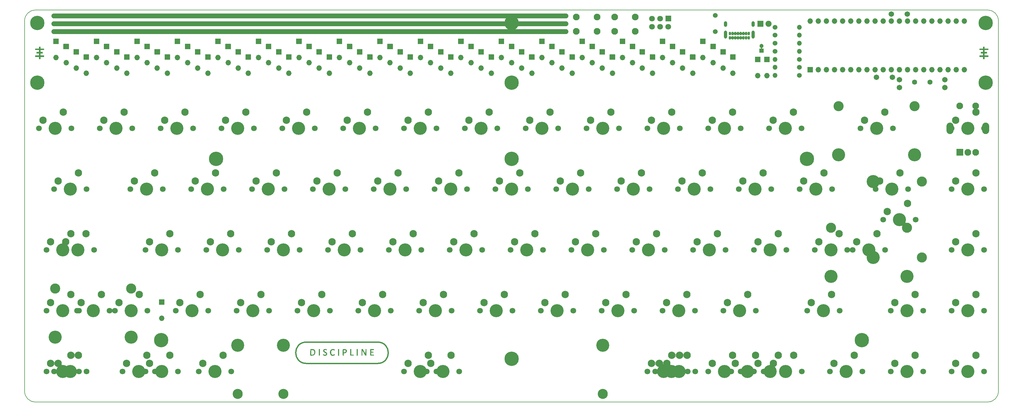
<source format=gbr>
G04 #@! TF.GenerationSoftware,KiCad,Pcbnew,5.1.10-88a1d61d58~90~ubuntu21.04.1*
G04 #@! TF.CreationDate,2021-10-21T10:27:37+02:00*
G04 #@! TF.ProjectId,discipline-pcb,64697363-6970-46c6-996e-652d7063622e,rev?*
G04 #@! TF.SameCoordinates,Original*
G04 #@! TF.FileFunction,Soldermask,Top*
G04 #@! TF.FilePolarity,Negative*
%FSLAX46Y46*%
G04 Gerber Fmt 4.6, Leading zero omitted, Abs format (unit mm)*
G04 Created by KiCad (PCBNEW 5.1.10-88a1d61d58~90~ubuntu21.04.1) date 2021-10-21 10:27:37*
%MOMM*%
%LPD*%
G01*
G04 APERTURE LIST*
%ADD10C,1.500000*%
G04 #@! TA.AperFunction,Profile*
%ADD11C,0.150000*%
G04 #@! TD*
%ADD12C,0.010000*%
%ADD13C,0.400000*%
%ADD14C,1.702000*%
%ADD15C,1.302000*%
%ADD16C,2.102000*%
%ADD17O,2.202000X3.602000*%
%ADD18C,2.302000*%
%ADD19C,4.102000*%
%ADD20C,1.802000*%
%ADD21C,4.502000*%
%ADD22C,3.152000*%
%ADD23O,1.702000X1.702000*%
%ADD24C,1.602000*%
%ADD25C,1.502000*%
%ADD26O,1.502000X1.502000*%
%ADD27C,1.902000*%
%ADD28O,0.752000X1.102000*%
%ADD29O,1.002000X2.502000*%
%ADD30O,1.002000X1.802000*%
%ADD31C,3.150000*%
%ADD32C,4.089800*%
%ADD33C,0.150000*%
G04 APERTURE END LIST*
D10*
X223254308Y-59503020D02*
X62883004Y-59503020D01*
X223254308Y-61986290D02*
X62883004Y-61986290D01*
X223254308Y-64469560D02*
X62883004Y-64469560D01*
D11*
X355353250Y-180502219D02*
X57076441Y-180502219D01*
X358660309Y-61001809D02*
X358660309Y-177195160D01*
X57073441Y-57694750D02*
X355353250Y-57694750D01*
X53766382Y-177198159D02*
X53766382Y-61001809D01*
X355353250Y-57694750D02*
G75*
G02*
X358660309Y-61001809I0J-3307059D01*
G01*
X358660309Y-177195160D02*
G75*
G02*
X355353250Y-180502219I-3307059J0D01*
G01*
X57076441Y-180502218D02*
G75*
G02*
X53766382Y-177198159I-3000J3307059D01*
G01*
X53766382Y-61001809D02*
G75*
G02*
X57073441Y-57694750I3307059J0D01*
G01*
D12*
G36*
X354287356Y-69739610D02*
G01*
X354856739Y-69741787D01*
X355426122Y-69743963D01*
X355426122Y-70150363D01*
X354287356Y-70154715D01*
X354287356Y-70814996D01*
X355007023Y-70814996D01*
X355007023Y-71246796D01*
X354287356Y-71246796D01*
X354287356Y-71924010D01*
X354856739Y-71926187D01*
X355426122Y-71928363D01*
X355428385Y-72142146D01*
X355430647Y-72355929D01*
X354287356Y-72355929D01*
X354287356Y-72973996D01*
X353847089Y-72973996D01*
X353847089Y-72355929D01*
X352712556Y-72355929D01*
X352712556Y-71924130D01*
X353847089Y-71924130D01*
X353847089Y-71246796D01*
X353135889Y-71246796D01*
X353135889Y-70814996D01*
X353847089Y-70814996D01*
X353847089Y-70154596D01*
X352712556Y-70154596D01*
X352712556Y-69739730D01*
X353846870Y-69739730D01*
X353851322Y-69151296D01*
X354069339Y-69149037D01*
X354287356Y-69146777D01*
X354287356Y-69739610D01*
G37*
X354287356Y-69739610D02*
X354856739Y-69741787D01*
X355426122Y-69743963D01*
X355426122Y-70150363D01*
X354287356Y-70154715D01*
X354287356Y-70814996D01*
X355007023Y-70814996D01*
X355007023Y-71246796D01*
X354287356Y-71246796D01*
X354287356Y-71924010D01*
X354856739Y-71926187D01*
X355426122Y-71928363D01*
X355428385Y-72142146D01*
X355430647Y-72355929D01*
X354287356Y-72355929D01*
X354287356Y-72973996D01*
X353847089Y-72973996D01*
X353847089Y-72355929D01*
X352712556Y-72355929D01*
X352712556Y-71924130D01*
X353847089Y-71924130D01*
X353847089Y-71246796D01*
X353135889Y-71246796D01*
X353135889Y-70814996D01*
X353847089Y-70814996D01*
X353847089Y-70154596D01*
X352712556Y-70154596D01*
X352712556Y-69739730D01*
X353846870Y-69739730D01*
X353851322Y-69151296D01*
X354069339Y-69149037D01*
X354287356Y-69146777D01*
X354287356Y-69739610D01*
G36*
X58671725Y-69739610D02*
G01*
X59241108Y-69741787D01*
X59810491Y-69743963D01*
X59810491Y-70150363D01*
X58671725Y-70154715D01*
X58671725Y-70814996D01*
X59391392Y-70814996D01*
X59391392Y-71246796D01*
X58671725Y-71246796D01*
X58671725Y-71924010D01*
X59241108Y-71926187D01*
X59810491Y-71928363D01*
X59812754Y-72142146D01*
X59815016Y-72355929D01*
X58671725Y-72355929D01*
X58671725Y-72973996D01*
X58231458Y-72973996D01*
X58231458Y-72355929D01*
X57096925Y-72355929D01*
X57096925Y-71924130D01*
X58231458Y-71924130D01*
X58231458Y-71246796D01*
X57520258Y-71246796D01*
X57520258Y-70814996D01*
X58231458Y-70814996D01*
X58231458Y-70154596D01*
X57096925Y-70154596D01*
X57096925Y-69739730D01*
X58231239Y-69739730D01*
X58235691Y-69151296D01*
X58453708Y-69149037D01*
X58671725Y-69146777D01*
X58671725Y-69739610D01*
G37*
X58671725Y-69739610D02*
X59241108Y-69741787D01*
X59810491Y-69743963D01*
X59810491Y-70150363D01*
X58671725Y-70154715D01*
X58671725Y-70814996D01*
X59391392Y-70814996D01*
X59391392Y-71246796D01*
X58671725Y-71246796D01*
X58671725Y-71924010D01*
X59241108Y-71926187D01*
X59810491Y-71928363D01*
X59812754Y-72142146D01*
X59815016Y-72355929D01*
X58671725Y-72355929D01*
X58671725Y-72973996D01*
X58231458Y-72973996D01*
X58231458Y-72355929D01*
X57096925Y-72355929D01*
X57096925Y-71924130D01*
X58231458Y-71924130D01*
X58231458Y-71246796D01*
X57520258Y-71246796D01*
X57520258Y-70814996D01*
X58231458Y-70814996D01*
X58231458Y-70154596D01*
X57096925Y-70154596D01*
X57096925Y-69739730D01*
X58231239Y-69739730D01*
X58235691Y-69151296D01*
X58453708Y-69149037D01*
X58671725Y-69146777D01*
X58671725Y-69739610D01*
G36*
X148026620Y-163920150D02*
G01*
X148149691Y-163954296D01*
X148242180Y-163998554D01*
X148284406Y-164043391D01*
X148302272Y-164127763D01*
X148295489Y-164201595D01*
X148275760Y-164231945D01*
X148232101Y-164228916D01*
X148155416Y-164200900D01*
X148121942Y-164184901D01*
X147964013Y-164128251D01*
X147814929Y-164117564D01*
X147685597Y-164148974D01*
X147586923Y-164218617D01*
X147529814Y-164322629D01*
X147520032Y-164398169D01*
X147543421Y-164510997D01*
X147617293Y-164610158D01*
X147747204Y-164701459D01*
X147866620Y-164760354D01*
X148093834Y-164876298D01*
X148257152Y-164994770D01*
X148340520Y-165089849D01*
X148382719Y-165197832D01*
X148400425Y-165338767D01*
X148392946Y-165484800D01*
X148359589Y-165608078D01*
X148353724Y-165620194D01*
X148244350Y-165763769D01*
X148090757Y-165868390D01*
X147903744Y-165930265D01*
X147694111Y-165945603D01*
X147503708Y-165918620D01*
X147387119Y-165880095D01*
X147284971Y-165828593D01*
X147221173Y-165776351D01*
X147218539Y-165772652D01*
X147197230Y-165707173D01*
X147197852Y-165631057D01*
X147219456Y-165578359D01*
X147224050Y-165574820D01*
X147268715Y-165577535D01*
X147347113Y-165605935D01*
X147390808Y-165626995D01*
X147564979Y-165694087D01*
X147732628Y-165716056D01*
X147883771Y-165696186D01*
X148008425Y-165637761D01*
X148096607Y-165544064D01*
X148138333Y-165418378D01*
X148140340Y-165380470D01*
X148118853Y-165291260D01*
X148050869Y-165202090D01*
X147931105Y-165108044D01*
X147754278Y-165004206D01*
X147712317Y-164982201D01*
X147528379Y-164878427D01*
X147399276Y-164781457D01*
X147316801Y-164681095D01*
X147272745Y-164567144D01*
X147258899Y-164429409D01*
X147258849Y-164418930D01*
X147284523Y-164231799D01*
X147361178Y-164085336D01*
X147488261Y-163980107D01*
X147665220Y-163916681D01*
X147761478Y-163901877D01*
X147891154Y-163901036D01*
X148026620Y-163920150D01*
G37*
X148026620Y-163920150D02*
X148149691Y-163954296D01*
X148242180Y-163998554D01*
X148284406Y-164043391D01*
X148302272Y-164127763D01*
X148295489Y-164201595D01*
X148275760Y-164231945D01*
X148232101Y-164228916D01*
X148155416Y-164200900D01*
X148121942Y-164184901D01*
X147964013Y-164128251D01*
X147814929Y-164117564D01*
X147685597Y-164148974D01*
X147586923Y-164218617D01*
X147529814Y-164322629D01*
X147520032Y-164398169D01*
X147543421Y-164510997D01*
X147617293Y-164610158D01*
X147747204Y-164701459D01*
X147866620Y-164760354D01*
X148093834Y-164876298D01*
X148257152Y-164994770D01*
X148340520Y-165089849D01*
X148382719Y-165197832D01*
X148400425Y-165338767D01*
X148392946Y-165484800D01*
X148359589Y-165608078D01*
X148353724Y-165620194D01*
X148244350Y-165763769D01*
X148090757Y-165868390D01*
X147903744Y-165930265D01*
X147694111Y-165945603D01*
X147503708Y-165918620D01*
X147387119Y-165880095D01*
X147284971Y-165828593D01*
X147221173Y-165776351D01*
X147218539Y-165772652D01*
X147197230Y-165707173D01*
X147197852Y-165631057D01*
X147219456Y-165578359D01*
X147224050Y-165574820D01*
X147268715Y-165577535D01*
X147347113Y-165605935D01*
X147390808Y-165626995D01*
X147564979Y-165694087D01*
X147732628Y-165716056D01*
X147883771Y-165696186D01*
X148008425Y-165637761D01*
X148096607Y-165544064D01*
X148138333Y-165418378D01*
X148140340Y-165380470D01*
X148118853Y-165291260D01*
X148050869Y-165202090D01*
X147931105Y-165108044D01*
X147754278Y-165004206D01*
X147712317Y-164982201D01*
X147528379Y-164878427D01*
X147399276Y-164781457D01*
X147316801Y-164681095D01*
X147272745Y-164567144D01*
X147258899Y-164429409D01*
X147258849Y-164418930D01*
X147284523Y-164231799D01*
X147361178Y-164085336D01*
X147488261Y-163980107D01*
X147665220Y-163916681D01*
X147761478Y-163901877D01*
X147891154Y-163901036D01*
X148026620Y-163920150D01*
G36*
X150376386Y-163905959D02*
G01*
X150589244Y-163960119D01*
X150647962Y-163986878D01*
X150752487Y-164054344D01*
X150804756Y-164130616D01*
X150817461Y-164219349D01*
X150802489Y-164282693D01*
X150754729Y-164296512D01*
X150669921Y-164261031D01*
X150619765Y-164229858D01*
X150481590Y-164161158D01*
X150320941Y-164130803D01*
X150300306Y-164129344D01*
X150111062Y-164142186D01*
X149957583Y-164208547D01*
X149834387Y-164331565D01*
X149774649Y-164430111D01*
X149736065Y-164512415D01*
X149711490Y-164590306D01*
X149697877Y-164682270D01*
X149692181Y-164806793D01*
X149691274Y-164936152D01*
X149693317Y-165100258D01*
X149701073Y-165216696D01*
X149717257Y-165303021D01*
X149744585Y-165376793D01*
X149766048Y-165419694D01*
X149876533Y-165563309D01*
X150022800Y-165660362D01*
X150192605Y-165708527D01*
X150373703Y-165705479D01*
X150553849Y-165648891D01*
X150655818Y-165588677D01*
X150727436Y-165544662D01*
X150779380Y-165524634D01*
X150781691Y-165524519D01*
X150812489Y-165550286D01*
X150817916Y-165613086D01*
X150801021Y-165691166D01*
X150764856Y-165762776D01*
X150745122Y-165785256D01*
X150624447Y-165861254D01*
X150461250Y-165913959D01*
X150275205Y-165939959D01*
X150085982Y-165935847D01*
X149980312Y-165917796D01*
X149792801Y-165841180D01*
X149636871Y-165711890D01*
X149515844Y-165536117D01*
X149433039Y-165320050D01*
X149391778Y-165069878D01*
X149392759Y-164822590D01*
X149434364Y-164570088D01*
X149515477Y-164348068D01*
X149631241Y-164167078D01*
X149744084Y-164059979D01*
X149935945Y-163957333D01*
X150152666Y-163905512D01*
X150376386Y-163905959D01*
G37*
X150376386Y-163905959D02*
X150589244Y-163960119D01*
X150647962Y-163986878D01*
X150752487Y-164054344D01*
X150804756Y-164130616D01*
X150817461Y-164219349D01*
X150802489Y-164282693D01*
X150754729Y-164296512D01*
X150669921Y-164261031D01*
X150619765Y-164229858D01*
X150481590Y-164161158D01*
X150320941Y-164130803D01*
X150300306Y-164129344D01*
X150111062Y-164142186D01*
X149957583Y-164208547D01*
X149834387Y-164331565D01*
X149774649Y-164430111D01*
X149736065Y-164512415D01*
X149711490Y-164590306D01*
X149697877Y-164682270D01*
X149692181Y-164806793D01*
X149691274Y-164936152D01*
X149693317Y-165100258D01*
X149701073Y-165216696D01*
X149717257Y-165303021D01*
X149744585Y-165376793D01*
X149766048Y-165419694D01*
X149876533Y-165563309D01*
X150022800Y-165660362D01*
X150192605Y-165708527D01*
X150373703Y-165705479D01*
X150553849Y-165648891D01*
X150655818Y-165588677D01*
X150727436Y-165544662D01*
X150779380Y-165524634D01*
X150781691Y-165524519D01*
X150812489Y-165550286D01*
X150817916Y-165613086D01*
X150801021Y-165691166D01*
X150764856Y-165762776D01*
X150745122Y-165785256D01*
X150624447Y-165861254D01*
X150461250Y-165913959D01*
X150275205Y-165939959D01*
X150085982Y-165935847D01*
X149980312Y-165917796D01*
X149792801Y-165841180D01*
X149636871Y-165711890D01*
X149515844Y-165536117D01*
X149433039Y-165320050D01*
X149391778Y-165069878D01*
X149392759Y-164822590D01*
X149434364Y-164570088D01*
X149515477Y-164348068D01*
X149631241Y-164167078D01*
X149744084Y-164059979D01*
X149935945Y-163957333D01*
X150152666Y-163905512D01*
X150376386Y-163905959D01*
G36*
X143812792Y-163933531D02*
G01*
X144025901Y-163957634D01*
X144202495Y-164006457D01*
X144355427Y-164082457D01*
X144362580Y-164086950D01*
X144514193Y-164220535D01*
X144628045Y-164400150D01*
X144700980Y-164616453D01*
X144729840Y-164860101D01*
X144711731Y-165120102D01*
X144649412Y-165368167D01*
X144547948Y-165566471D01*
X144404000Y-165719859D01*
X144222602Y-165829414D01*
X144131426Y-165858215D01*
X144003359Y-165882240D01*
X143852217Y-165900801D01*
X143691819Y-165913212D01*
X143535982Y-165918785D01*
X143398523Y-165916834D01*
X143293259Y-165906671D01*
X143234009Y-165887610D01*
X143226782Y-165878931D01*
X143222647Y-165835780D01*
X143219459Y-165735980D01*
X143217295Y-165588171D01*
X143216228Y-165400992D01*
X143216335Y-165183086D01*
X143217689Y-164943092D01*
X143218169Y-164887489D01*
X143224898Y-164153310D01*
X143471703Y-164153310D01*
X143471703Y-165687758D01*
X143725967Y-165687758D01*
X143883175Y-165682346D01*
X144000635Y-165663063D01*
X144103227Y-165625341D01*
X144125903Y-165614300D01*
X144263793Y-165516591D01*
X144360863Y-165379937D01*
X144420488Y-165197864D01*
X144444152Y-165004335D01*
X144442971Y-164772917D01*
X144407735Y-164586878D01*
X144335335Y-164434100D01*
X144278872Y-164360229D01*
X144172191Y-164259823D01*
X144052972Y-164196035D01*
X143904269Y-164162618D01*
X143717610Y-164153310D01*
X143471703Y-164153310D01*
X143224898Y-164153310D01*
X143226844Y-163941099D01*
X143550316Y-163931693D01*
X143812792Y-163933531D01*
G37*
X143812792Y-163933531D02*
X144025901Y-163957634D01*
X144202495Y-164006457D01*
X144355427Y-164082457D01*
X144362580Y-164086950D01*
X144514193Y-164220535D01*
X144628045Y-164400150D01*
X144700980Y-164616453D01*
X144729840Y-164860101D01*
X144711731Y-165120102D01*
X144649412Y-165368167D01*
X144547948Y-165566471D01*
X144404000Y-165719859D01*
X144222602Y-165829414D01*
X144131426Y-165858215D01*
X144003359Y-165882240D01*
X143852217Y-165900801D01*
X143691819Y-165913212D01*
X143535982Y-165918785D01*
X143398523Y-165916834D01*
X143293259Y-165906671D01*
X143234009Y-165887610D01*
X143226782Y-165878931D01*
X143222647Y-165835780D01*
X143219459Y-165735980D01*
X143217295Y-165588171D01*
X143216228Y-165400992D01*
X143216335Y-165183086D01*
X143217689Y-164943092D01*
X143218169Y-164887489D01*
X143224898Y-164153310D01*
X143471703Y-164153310D01*
X143471703Y-165687758D01*
X143725967Y-165687758D01*
X143883175Y-165682346D01*
X144000635Y-165663063D01*
X144103227Y-165625341D01*
X144125903Y-165614300D01*
X144263793Y-165516591D01*
X144360863Y-165379937D01*
X144420488Y-165197864D01*
X144444152Y-165004335D01*
X144442971Y-164772917D01*
X144407735Y-164586878D01*
X144335335Y-164434100D01*
X144278872Y-164360229D01*
X144172191Y-164259823D01*
X144052972Y-164196035D01*
X143904269Y-164162618D01*
X143717610Y-164153310D01*
X143471703Y-164153310D01*
X143224898Y-164153310D01*
X143226844Y-163941099D01*
X143550316Y-163931693D01*
X143812792Y-163933531D01*
G36*
X146099852Y-165899968D02*
G01*
X145993522Y-165910216D01*
X145907522Y-165905155D01*
X145870579Y-165877170D01*
X145866618Y-165834485D01*
X145863587Y-165735130D01*
X145861557Y-165587724D01*
X145860596Y-165400887D01*
X145860773Y-165183238D01*
X145862159Y-164943398D01*
X145862642Y-164887489D01*
X145871317Y-163941099D01*
X146099852Y-163941099D01*
X146099852Y-165899968D01*
G37*
X146099852Y-165899968D02*
X145993522Y-165910216D01*
X145907522Y-165905155D01*
X145870579Y-165877170D01*
X145866618Y-165834485D01*
X145863587Y-165735130D01*
X145861557Y-165587724D01*
X145860596Y-165400887D01*
X145860773Y-165183238D01*
X145862159Y-164943398D01*
X145862642Y-164887489D01*
X145871317Y-163941099D01*
X146099852Y-163941099D01*
X146099852Y-165899968D01*
G36*
X152123374Y-165916292D02*
G01*
X152008082Y-165916292D01*
X151927195Y-165905741D01*
X151879587Y-165879863D01*
X151876977Y-165875085D01*
X151873221Y-165832951D01*
X151870376Y-165734122D01*
X151868505Y-165587194D01*
X151867669Y-165400761D01*
X151867931Y-165183418D01*
X151869352Y-164943761D01*
X151869840Y-164887489D01*
X151878515Y-163941099D01*
X152000944Y-163930967D01*
X152123374Y-163920834D01*
X152123374Y-165916292D01*
G37*
X152123374Y-165916292D02*
X152008082Y-165916292D01*
X151927195Y-165905741D01*
X151879587Y-165879863D01*
X151876977Y-165875085D01*
X151873221Y-165832951D01*
X151870376Y-165734122D01*
X151868505Y-165587194D01*
X151867669Y-165400761D01*
X151867931Y-165183418D01*
X151869352Y-164943761D01*
X151869840Y-164887489D01*
X151878515Y-163941099D01*
X152000944Y-163930967D01*
X152123374Y-163920834D01*
X152123374Y-165916292D01*
G36*
X153831650Y-163930711D02*
G01*
X154001793Y-163939015D01*
X154122340Y-163950525D01*
X154208993Y-163968121D01*
X154277451Y-163994684D01*
X154324603Y-164021175D01*
X154451192Y-164121186D01*
X154529203Y-164241445D01*
X154565976Y-164396571D01*
X154571301Y-164512436D01*
X154547591Y-164723977D01*
X154476446Y-164892394D01*
X154356472Y-165018994D01*
X154186272Y-165105080D01*
X153964453Y-165151960D01*
X153880375Y-165159009D01*
X153625173Y-165173782D01*
X153625173Y-165916292D01*
X153516347Y-165916292D01*
X153435677Y-165910319D01*
X153387230Y-165895812D01*
X153385756Y-165894527D01*
X153380174Y-165857498D01*
X153375121Y-165763586D01*
X153370789Y-165621203D01*
X153367368Y-165438760D01*
X153365049Y-165224668D01*
X153364024Y-164987340D01*
X153363991Y-164935414D01*
X153364428Y-164657409D01*
X153365972Y-164437721D01*
X153368974Y-164269379D01*
X153373476Y-164153310D01*
X153625173Y-164153310D01*
X153625173Y-164539643D01*
X153626914Y-164692368D01*
X153631650Y-164820448D01*
X153638653Y-164910207D01*
X153646938Y-164947740D01*
X153698938Y-164964686D01*
X153792375Y-164968293D01*
X153904910Y-164959223D01*
X154014201Y-164938137D01*
X154019371Y-164936725D01*
X154158303Y-164872535D01*
X154249681Y-164767595D01*
X154297504Y-164616643D01*
X154303892Y-164562377D01*
X154309468Y-164455561D01*
X154297626Y-164386034D01*
X154258997Y-164326290D01*
X154203758Y-164268296D01*
X154139379Y-164207956D01*
X154083104Y-164173537D01*
X154013070Y-164157790D01*
X153907416Y-164153466D01*
X153856973Y-164153310D01*
X153625173Y-164153310D01*
X153373476Y-164153310D01*
X153373783Y-164145408D01*
X153380749Y-164058836D01*
X153390223Y-164002690D01*
X153402555Y-163969996D01*
X153413090Y-163957318D01*
X153461218Y-163938250D01*
X153553445Y-163928270D01*
X153697471Y-163926887D01*
X153831650Y-163930711D01*
G37*
X153831650Y-163930711D02*
X154001793Y-163939015D01*
X154122340Y-163950525D01*
X154208993Y-163968121D01*
X154277451Y-163994684D01*
X154324603Y-164021175D01*
X154451192Y-164121186D01*
X154529203Y-164241445D01*
X154565976Y-164396571D01*
X154571301Y-164512436D01*
X154547591Y-164723977D01*
X154476446Y-164892394D01*
X154356472Y-165018994D01*
X154186272Y-165105080D01*
X153964453Y-165151960D01*
X153880375Y-165159009D01*
X153625173Y-165173782D01*
X153625173Y-165916292D01*
X153516347Y-165916292D01*
X153435677Y-165910319D01*
X153387230Y-165895812D01*
X153385756Y-165894527D01*
X153380174Y-165857498D01*
X153375121Y-165763586D01*
X153370789Y-165621203D01*
X153367368Y-165438760D01*
X153365049Y-165224668D01*
X153364024Y-164987340D01*
X153363991Y-164935414D01*
X153364428Y-164657409D01*
X153365972Y-164437721D01*
X153368974Y-164269379D01*
X153373476Y-164153310D01*
X153625173Y-164153310D01*
X153625173Y-164539643D01*
X153626914Y-164692368D01*
X153631650Y-164820448D01*
X153638653Y-164910207D01*
X153646938Y-164947740D01*
X153698938Y-164964686D01*
X153792375Y-164968293D01*
X153904910Y-164959223D01*
X154014201Y-164938137D01*
X154019371Y-164936725D01*
X154158303Y-164872535D01*
X154249681Y-164767595D01*
X154297504Y-164616643D01*
X154303892Y-164562377D01*
X154309468Y-164455561D01*
X154297626Y-164386034D01*
X154258997Y-164326290D01*
X154203758Y-164268296D01*
X154139379Y-164207956D01*
X154083104Y-164173537D01*
X154013070Y-164157790D01*
X153907416Y-164153466D01*
X153856973Y-164153310D01*
X153625173Y-164153310D01*
X153373476Y-164153310D01*
X153373783Y-164145408D01*
X153380749Y-164058836D01*
X153390223Y-164002690D01*
X153402555Y-163969996D01*
X153413090Y-163957318D01*
X153461218Y-163938250D01*
X153553445Y-163928270D01*
X153697471Y-163926887D01*
X153831650Y-163930711D01*
G36*
X155837063Y-163930967D02*
G01*
X155959492Y-163941099D01*
X155976878Y-165685629D01*
X156710392Y-165704081D01*
X156710392Y-165899968D01*
X156235114Y-165908967D01*
X156065108Y-165910682D01*
X155918808Y-165909315D01*
X155808400Y-165905199D01*
X155746070Y-165898668D01*
X155737235Y-165895364D01*
X155731550Y-165858205D01*
X155726388Y-165763994D01*
X155721938Y-165620974D01*
X155718385Y-165437387D01*
X155715916Y-165221478D01*
X155714718Y-164981488D01*
X155714633Y-164896798D01*
X155714633Y-163920834D01*
X155837063Y-163930967D01*
G37*
X155837063Y-163930967D02*
X155959492Y-163941099D01*
X155976878Y-165685629D01*
X156710392Y-165704081D01*
X156710392Y-165899968D01*
X156235114Y-165908967D01*
X156065108Y-165910682D01*
X155918808Y-165909315D01*
X155808400Y-165905199D01*
X155746070Y-165898668D01*
X155737235Y-165895364D01*
X155731550Y-165858205D01*
X155726388Y-165763994D01*
X155721938Y-165620974D01*
X155718385Y-165437387D01*
X155715916Y-165221478D01*
X155714718Y-164981488D01*
X155714633Y-164896798D01*
X155714633Y-163920834D01*
X155837063Y-163930967D01*
G36*
X157861227Y-163930967D02*
G01*
X157983656Y-163941099D01*
X157983656Y-165899968D01*
X157738798Y-165920234D01*
X157738798Y-163920834D01*
X157861227Y-163930967D01*
G37*
X157861227Y-163930967D02*
X157983656Y-163941099D01*
X157983656Y-165899968D01*
X157738798Y-165920234D01*
X157738798Y-163920834D01*
X157861227Y-163930967D01*
G36*
X160702069Y-164910268D02*
G01*
X160693425Y-165899968D01*
X160579158Y-165909583D01*
X160485601Y-165904566D01*
X160413477Y-165879338D01*
X160410159Y-165876936D01*
X160380497Y-165838132D01*
X160324197Y-165749783D01*
X160245860Y-165619678D01*
X160150092Y-165455608D01*
X160041495Y-165265362D01*
X159924674Y-165056732D01*
X159912856Y-165035409D01*
X159470285Y-164236146D01*
X159461546Y-165068057D01*
X159452808Y-165899968D01*
X159346221Y-165910235D01*
X159239634Y-165920501D01*
X159248277Y-164930800D01*
X159256921Y-163941099D01*
X159408339Y-163931298D01*
X159509129Y-163930739D01*
X159571506Y-163951279D01*
X159620550Y-164000572D01*
X159652699Y-164050561D01*
X159710835Y-164149148D01*
X159789926Y-164287470D01*
X159884944Y-164456666D01*
X159990859Y-164647872D01*
X160073117Y-164797999D01*
X160464890Y-165516351D01*
X160497538Y-163941099D01*
X160604125Y-163930833D01*
X160710713Y-163920567D01*
X160702069Y-164910268D01*
G37*
X160702069Y-164910268D02*
X160693425Y-165899968D01*
X160579158Y-165909583D01*
X160485601Y-165904566D01*
X160413477Y-165879338D01*
X160410159Y-165876936D01*
X160380497Y-165838132D01*
X160324197Y-165749783D01*
X160245860Y-165619678D01*
X160150092Y-165455608D01*
X160041495Y-165265362D01*
X159924674Y-165056732D01*
X159912856Y-165035409D01*
X159470285Y-164236146D01*
X159461546Y-165068057D01*
X159452808Y-165899968D01*
X159346221Y-165910235D01*
X159239634Y-165920501D01*
X159248277Y-164930800D01*
X159256921Y-163941099D01*
X159408339Y-163931298D01*
X159509129Y-163930739D01*
X159571506Y-163951279D01*
X159620550Y-164000572D01*
X159652699Y-164050561D01*
X159710835Y-164149148D01*
X159789926Y-164287470D01*
X159884944Y-164456666D01*
X159990859Y-164647872D01*
X160073117Y-164797999D01*
X160464890Y-165516351D01*
X160497538Y-163941099D01*
X160604125Y-163930833D01*
X160710713Y-163920567D01*
X160702069Y-164910268D01*
G36*
X162717072Y-163925368D02*
G01*
X162852771Y-163927925D01*
X162943079Y-163933614D01*
X162997945Y-163943607D01*
X163027319Y-163959070D01*
X163041151Y-163981174D01*
X163042608Y-163985472D01*
X163049021Y-164064519D01*
X163041315Y-164099739D01*
X163024010Y-164122466D01*
X162985542Y-164137835D01*
X162915162Y-164147197D01*
X162802122Y-164151902D01*
X162635674Y-164153300D01*
X162614928Y-164153310D01*
X162209098Y-164153310D01*
X162218485Y-164455303D01*
X162227872Y-164757295D01*
X162578836Y-164766561D01*
X162929800Y-164775828D01*
X162929800Y-164969506D01*
X162211548Y-164969506D01*
X162211548Y-165685807D01*
X163044068Y-165704081D01*
X163044068Y-165899968D01*
X162537186Y-165908922D01*
X162321731Y-165910947D01*
X162165101Y-165908059D01*
X162060985Y-165899900D01*
X162003072Y-165886111D01*
X161990335Y-165877907D01*
X161977968Y-165833582D01*
X161967695Y-165734305D01*
X161959522Y-165590384D01*
X161953452Y-165412124D01*
X161949490Y-165209834D01*
X161947639Y-164993818D01*
X161947905Y-164774386D01*
X161950291Y-164561842D01*
X161954802Y-164366495D01*
X161961442Y-164198651D01*
X161970214Y-164068616D01*
X161981125Y-163986699D01*
X161989543Y-163963953D01*
X162035798Y-163946565D01*
X162136692Y-163934409D01*
X162295682Y-163927231D01*
X162516224Y-163924779D01*
X162526032Y-163924776D01*
X162717072Y-163925368D01*
G37*
X162717072Y-163925368D02*
X162852771Y-163927925D01*
X162943079Y-163933614D01*
X162997945Y-163943607D01*
X163027319Y-163959070D01*
X163041151Y-163981174D01*
X163042608Y-163985472D01*
X163049021Y-164064519D01*
X163041315Y-164099739D01*
X163024010Y-164122466D01*
X162985542Y-164137835D01*
X162915162Y-164147197D01*
X162802122Y-164151902D01*
X162635674Y-164153300D01*
X162614928Y-164153310D01*
X162209098Y-164153310D01*
X162218485Y-164455303D01*
X162227872Y-164757295D01*
X162578836Y-164766561D01*
X162929800Y-164775828D01*
X162929800Y-164969506D01*
X162211548Y-164969506D01*
X162211548Y-165685807D01*
X163044068Y-165704081D01*
X163044068Y-165899968D01*
X162537186Y-165908922D01*
X162321731Y-165910947D01*
X162165101Y-165908059D01*
X162060985Y-165899900D01*
X162003072Y-165886111D01*
X161990335Y-165877907D01*
X161977968Y-165833582D01*
X161967695Y-165734305D01*
X161959522Y-165590384D01*
X161953452Y-165412124D01*
X161949490Y-165209834D01*
X161947639Y-164993818D01*
X161947905Y-164774386D01*
X161950291Y-164561842D01*
X161954802Y-164366495D01*
X161961442Y-164198651D01*
X161970214Y-164068616D01*
X161981125Y-163986699D01*
X161989543Y-163963953D01*
X162035798Y-163946565D01*
X162136692Y-163934409D01*
X162295682Y-163927231D01*
X162516224Y-163924779D01*
X162526032Y-163924776D01*
X162717072Y-163925368D01*
D13*
X142025456Y-161744210D02*
X164305456Y-161744210D01*
X142005456Y-168424210D02*
X164305456Y-168424210D01*
X141995456Y-168424210D02*
G75*
G02*
X141995456Y-161744210I0J3340000D01*
G01*
X164295456Y-161744210D02*
G75*
G02*
X164295456Y-168424210I0J-3340000D01*
G01*
D10*
X223254308Y-59503020D02*
X62883004Y-59503020D01*
X223254308Y-61986290D02*
X62883004Y-61986290D01*
X223254308Y-64469560D02*
X62883004Y-64469560D01*
D11*
X355353250Y-180502219D02*
X57076441Y-180502219D01*
X358660309Y-61001809D02*
X358660309Y-177195160D01*
X57073441Y-57694750D02*
X355353250Y-57694750D01*
X53766382Y-177198159D02*
X53766382Y-61001809D01*
X355353250Y-57694750D02*
G75*
G02*
X358660309Y-61001809I0J-3307059D01*
G01*
X358660309Y-177195160D02*
G75*
G02*
X355353250Y-180502219I-3307059J0D01*
G01*
X57076441Y-180502218D02*
G75*
G02*
X53766382Y-177198159I-3000J3307059D01*
G01*
X53766382Y-61001809D02*
G75*
G02*
X57073441Y-57694750I3307059J0D01*
G01*
D12*
G36*
X354287356Y-69739610D02*
G01*
X354856739Y-69741787D01*
X355426122Y-69743963D01*
X355426122Y-70150363D01*
X354287356Y-70154715D01*
X354287356Y-70814996D01*
X355007023Y-70814996D01*
X355007023Y-71246796D01*
X354287356Y-71246796D01*
X354287356Y-71924010D01*
X354856739Y-71926187D01*
X355426122Y-71928363D01*
X355428385Y-72142146D01*
X355430647Y-72355929D01*
X354287356Y-72355929D01*
X354287356Y-72973996D01*
X353847089Y-72973996D01*
X353847089Y-72355929D01*
X352712556Y-72355929D01*
X352712556Y-71924130D01*
X353847089Y-71924130D01*
X353847089Y-71246796D01*
X353135889Y-71246796D01*
X353135889Y-70814996D01*
X353847089Y-70814996D01*
X353847089Y-70154596D01*
X352712556Y-70154596D01*
X352712556Y-69739730D01*
X353846870Y-69739730D01*
X353851322Y-69151296D01*
X354069339Y-69149037D01*
X354287356Y-69146777D01*
X354287356Y-69739610D01*
G37*
X354287356Y-69739610D02*
X354856739Y-69741787D01*
X355426122Y-69743963D01*
X355426122Y-70150363D01*
X354287356Y-70154715D01*
X354287356Y-70814996D01*
X355007023Y-70814996D01*
X355007023Y-71246796D01*
X354287356Y-71246796D01*
X354287356Y-71924010D01*
X354856739Y-71926187D01*
X355426122Y-71928363D01*
X355428385Y-72142146D01*
X355430647Y-72355929D01*
X354287356Y-72355929D01*
X354287356Y-72973996D01*
X353847089Y-72973996D01*
X353847089Y-72355929D01*
X352712556Y-72355929D01*
X352712556Y-71924130D01*
X353847089Y-71924130D01*
X353847089Y-71246796D01*
X353135889Y-71246796D01*
X353135889Y-70814996D01*
X353847089Y-70814996D01*
X353847089Y-70154596D01*
X352712556Y-70154596D01*
X352712556Y-69739730D01*
X353846870Y-69739730D01*
X353851322Y-69151296D01*
X354069339Y-69149037D01*
X354287356Y-69146777D01*
X354287356Y-69739610D01*
G36*
X58671725Y-69739610D02*
G01*
X59241108Y-69741787D01*
X59810491Y-69743963D01*
X59810491Y-70150363D01*
X58671725Y-70154715D01*
X58671725Y-70814996D01*
X59391392Y-70814996D01*
X59391392Y-71246796D01*
X58671725Y-71246796D01*
X58671725Y-71924010D01*
X59241108Y-71926187D01*
X59810491Y-71928363D01*
X59812754Y-72142146D01*
X59815016Y-72355929D01*
X58671725Y-72355929D01*
X58671725Y-72973996D01*
X58231458Y-72973996D01*
X58231458Y-72355929D01*
X57096925Y-72355929D01*
X57096925Y-71924130D01*
X58231458Y-71924130D01*
X58231458Y-71246796D01*
X57520258Y-71246796D01*
X57520258Y-70814996D01*
X58231458Y-70814996D01*
X58231458Y-70154596D01*
X57096925Y-70154596D01*
X57096925Y-69739730D01*
X58231239Y-69739730D01*
X58235691Y-69151296D01*
X58453708Y-69149037D01*
X58671725Y-69146777D01*
X58671725Y-69739610D01*
G37*
X58671725Y-69739610D02*
X59241108Y-69741787D01*
X59810491Y-69743963D01*
X59810491Y-70150363D01*
X58671725Y-70154715D01*
X58671725Y-70814996D01*
X59391392Y-70814996D01*
X59391392Y-71246796D01*
X58671725Y-71246796D01*
X58671725Y-71924010D01*
X59241108Y-71926187D01*
X59810491Y-71928363D01*
X59812754Y-72142146D01*
X59815016Y-72355929D01*
X58671725Y-72355929D01*
X58671725Y-72973996D01*
X58231458Y-72973996D01*
X58231458Y-72355929D01*
X57096925Y-72355929D01*
X57096925Y-71924130D01*
X58231458Y-71924130D01*
X58231458Y-71246796D01*
X57520258Y-71246796D01*
X57520258Y-70814996D01*
X58231458Y-70814996D01*
X58231458Y-70154596D01*
X57096925Y-70154596D01*
X57096925Y-69739730D01*
X58231239Y-69739730D01*
X58235691Y-69151296D01*
X58453708Y-69149037D01*
X58671725Y-69146777D01*
X58671725Y-69739610D01*
G36*
X148026620Y-163920150D02*
G01*
X148149691Y-163954296D01*
X148242180Y-163998554D01*
X148284406Y-164043391D01*
X148302272Y-164127763D01*
X148295489Y-164201595D01*
X148275760Y-164231945D01*
X148232101Y-164228916D01*
X148155416Y-164200900D01*
X148121942Y-164184901D01*
X147964013Y-164128251D01*
X147814929Y-164117564D01*
X147685597Y-164148974D01*
X147586923Y-164218617D01*
X147529814Y-164322629D01*
X147520032Y-164398169D01*
X147543421Y-164510997D01*
X147617293Y-164610158D01*
X147747204Y-164701459D01*
X147866620Y-164760354D01*
X148093834Y-164876298D01*
X148257152Y-164994770D01*
X148340520Y-165089849D01*
X148382719Y-165197832D01*
X148400425Y-165338767D01*
X148392946Y-165484800D01*
X148359589Y-165608078D01*
X148353724Y-165620194D01*
X148244350Y-165763769D01*
X148090757Y-165868390D01*
X147903744Y-165930265D01*
X147694111Y-165945603D01*
X147503708Y-165918620D01*
X147387119Y-165880095D01*
X147284971Y-165828593D01*
X147221173Y-165776351D01*
X147218539Y-165772652D01*
X147197230Y-165707173D01*
X147197852Y-165631057D01*
X147219456Y-165578359D01*
X147224050Y-165574820D01*
X147268715Y-165577535D01*
X147347113Y-165605935D01*
X147390808Y-165626995D01*
X147564979Y-165694087D01*
X147732628Y-165716056D01*
X147883771Y-165696186D01*
X148008425Y-165637761D01*
X148096607Y-165544064D01*
X148138333Y-165418378D01*
X148140340Y-165380470D01*
X148118853Y-165291260D01*
X148050869Y-165202090D01*
X147931105Y-165108044D01*
X147754278Y-165004206D01*
X147712317Y-164982201D01*
X147528379Y-164878427D01*
X147399276Y-164781457D01*
X147316801Y-164681095D01*
X147272745Y-164567144D01*
X147258899Y-164429409D01*
X147258849Y-164418930D01*
X147284523Y-164231799D01*
X147361178Y-164085336D01*
X147488261Y-163980107D01*
X147665220Y-163916681D01*
X147761478Y-163901877D01*
X147891154Y-163901036D01*
X148026620Y-163920150D01*
G37*
X148026620Y-163920150D02*
X148149691Y-163954296D01*
X148242180Y-163998554D01*
X148284406Y-164043391D01*
X148302272Y-164127763D01*
X148295489Y-164201595D01*
X148275760Y-164231945D01*
X148232101Y-164228916D01*
X148155416Y-164200900D01*
X148121942Y-164184901D01*
X147964013Y-164128251D01*
X147814929Y-164117564D01*
X147685597Y-164148974D01*
X147586923Y-164218617D01*
X147529814Y-164322629D01*
X147520032Y-164398169D01*
X147543421Y-164510997D01*
X147617293Y-164610158D01*
X147747204Y-164701459D01*
X147866620Y-164760354D01*
X148093834Y-164876298D01*
X148257152Y-164994770D01*
X148340520Y-165089849D01*
X148382719Y-165197832D01*
X148400425Y-165338767D01*
X148392946Y-165484800D01*
X148359589Y-165608078D01*
X148353724Y-165620194D01*
X148244350Y-165763769D01*
X148090757Y-165868390D01*
X147903744Y-165930265D01*
X147694111Y-165945603D01*
X147503708Y-165918620D01*
X147387119Y-165880095D01*
X147284971Y-165828593D01*
X147221173Y-165776351D01*
X147218539Y-165772652D01*
X147197230Y-165707173D01*
X147197852Y-165631057D01*
X147219456Y-165578359D01*
X147224050Y-165574820D01*
X147268715Y-165577535D01*
X147347113Y-165605935D01*
X147390808Y-165626995D01*
X147564979Y-165694087D01*
X147732628Y-165716056D01*
X147883771Y-165696186D01*
X148008425Y-165637761D01*
X148096607Y-165544064D01*
X148138333Y-165418378D01*
X148140340Y-165380470D01*
X148118853Y-165291260D01*
X148050869Y-165202090D01*
X147931105Y-165108044D01*
X147754278Y-165004206D01*
X147712317Y-164982201D01*
X147528379Y-164878427D01*
X147399276Y-164781457D01*
X147316801Y-164681095D01*
X147272745Y-164567144D01*
X147258899Y-164429409D01*
X147258849Y-164418930D01*
X147284523Y-164231799D01*
X147361178Y-164085336D01*
X147488261Y-163980107D01*
X147665220Y-163916681D01*
X147761478Y-163901877D01*
X147891154Y-163901036D01*
X148026620Y-163920150D01*
G36*
X150376386Y-163905959D02*
G01*
X150589244Y-163960119D01*
X150647962Y-163986878D01*
X150752487Y-164054344D01*
X150804756Y-164130616D01*
X150817461Y-164219349D01*
X150802489Y-164282693D01*
X150754729Y-164296512D01*
X150669921Y-164261031D01*
X150619765Y-164229858D01*
X150481590Y-164161158D01*
X150320941Y-164130803D01*
X150300306Y-164129344D01*
X150111062Y-164142186D01*
X149957583Y-164208547D01*
X149834387Y-164331565D01*
X149774649Y-164430111D01*
X149736065Y-164512415D01*
X149711490Y-164590306D01*
X149697877Y-164682270D01*
X149692181Y-164806793D01*
X149691274Y-164936152D01*
X149693317Y-165100258D01*
X149701073Y-165216696D01*
X149717257Y-165303021D01*
X149744585Y-165376793D01*
X149766048Y-165419694D01*
X149876533Y-165563309D01*
X150022800Y-165660362D01*
X150192605Y-165708527D01*
X150373703Y-165705479D01*
X150553849Y-165648891D01*
X150655818Y-165588677D01*
X150727436Y-165544662D01*
X150779380Y-165524634D01*
X150781691Y-165524519D01*
X150812489Y-165550286D01*
X150817916Y-165613086D01*
X150801021Y-165691166D01*
X150764856Y-165762776D01*
X150745122Y-165785256D01*
X150624447Y-165861254D01*
X150461250Y-165913959D01*
X150275205Y-165939959D01*
X150085982Y-165935847D01*
X149980312Y-165917796D01*
X149792801Y-165841180D01*
X149636871Y-165711890D01*
X149515844Y-165536117D01*
X149433039Y-165320050D01*
X149391778Y-165069878D01*
X149392759Y-164822590D01*
X149434364Y-164570088D01*
X149515477Y-164348068D01*
X149631241Y-164167078D01*
X149744084Y-164059979D01*
X149935945Y-163957333D01*
X150152666Y-163905512D01*
X150376386Y-163905959D01*
G37*
X150376386Y-163905959D02*
X150589244Y-163960119D01*
X150647962Y-163986878D01*
X150752487Y-164054344D01*
X150804756Y-164130616D01*
X150817461Y-164219349D01*
X150802489Y-164282693D01*
X150754729Y-164296512D01*
X150669921Y-164261031D01*
X150619765Y-164229858D01*
X150481590Y-164161158D01*
X150320941Y-164130803D01*
X150300306Y-164129344D01*
X150111062Y-164142186D01*
X149957583Y-164208547D01*
X149834387Y-164331565D01*
X149774649Y-164430111D01*
X149736065Y-164512415D01*
X149711490Y-164590306D01*
X149697877Y-164682270D01*
X149692181Y-164806793D01*
X149691274Y-164936152D01*
X149693317Y-165100258D01*
X149701073Y-165216696D01*
X149717257Y-165303021D01*
X149744585Y-165376793D01*
X149766048Y-165419694D01*
X149876533Y-165563309D01*
X150022800Y-165660362D01*
X150192605Y-165708527D01*
X150373703Y-165705479D01*
X150553849Y-165648891D01*
X150655818Y-165588677D01*
X150727436Y-165544662D01*
X150779380Y-165524634D01*
X150781691Y-165524519D01*
X150812489Y-165550286D01*
X150817916Y-165613086D01*
X150801021Y-165691166D01*
X150764856Y-165762776D01*
X150745122Y-165785256D01*
X150624447Y-165861254D01*
X150461250Y-165913959D01*
X150275205Y-165939959D01*
X150085982Y-165935847D01*
X149980312Y-165917796D01*
X149792801Y-165841180D01*
X149636871Y-165711890D01*
X149515844Y-165536117D01*
X149433039Y-165320050D01*
X149391778Y-165069878D01*
X149392759Y-164822590D01*
X149434364Y-164570088D01*
X149515477Y-164348068D01*
X149631241Y-164167078D01*
X149744084Y-164059979D01*
X149935945Y-163957333D01*
X150152666Y-163905512D01*
X150376386Y-163905959D01*
G36*
X143812792Y-163933531D02*
G01*
X144025901Y-163957634D01*
X144202495Y-164006457D01*
X144355427Y-164082457D01*
X144362580Y-164086950D01*
X144514193Y-164220535D01*
X144628045Y-164400150D01*
X144700980Y-164616453D01*
X144729840Y-164860101D01*
X144711731Y-165120102D01*
X144649412Y-165368167D01*
X144547948Y-165566471D01*
X144404000Y-165719859D01*
X144222602Y-165829414D01*
X144131426Y-165858215D01*
X144003359Y-165882240D01*
X143852217Y-165900801D01*
X143691819Y-165913212D01*
X143535982Y-165918785D01*
X143398523Y-165916834D01*
X143293259Y-165906671D01*
X143234009Y-165887610D01*
X143226782Y-165878931D01*
X143222647Y-165835780D01*
X143219459Y-165735980D01*
X143217295Y-165588171D01*
X143216228Y-165400992D01*
X143216335Y-165183086D01*
X143217689Y-164943092D01*
X143218169Y-164887489D01*
X143224898Y-164153310D01*
X143471703Y-164153310D01*
X143471703Y-165687758D01*
X143725967Y-165687758D01*
X143883175Y-165682346D01*
X144000635Y-165663063D01*
X144103227Y-165625341D01*
X144125903Y-165614300D01*
X144263793Y-165516591D01*
X144360863Y-165379937D01*
X144420488Y-165197864D01*
X144444152Y-165004335D01*
X144442971Y-164772917D01*
X144407735Y-164586878D01*
X144335335Y-164434100D01*
X144278872Y-164360229D01*
X144172191Y-164259823D01*
X144052972Y-164196035D01*
X143904269Y-164162618D01*
X143717610Y-164153310D01*
X143471703Y-164153310D01*
X143224898Y-164153310D01*
X143226844Y-163941099D01*
X143550316Y-163931693D01*
X143812792Y-163933531D01*
G37*
X143812792Y-163933531D02*
X144025901Y-163957634D01*
X144202495Y-164006457D01*
X144355427Y-164082457D01*
X144362580Y-164086950D01*
X144514193Y-164220535D01*
X144628045Y-164400150D01*
X144700980Y-164616453D01*
X144729840Y-164860101D01*
X144711731Y-165120102D01*
X144649412Y-165368167D01*
X144547948Y-165566471D01*
X144404000Y-165719859D01*
X144222602Y-165829414D01*
X144131426Y-165858215D01*
X144003359Y-165882240D01*
X143852217Y-165900801D01*
X143691819Y-165913212D01*
X143535982Y-165918785D01*
X143398523Y-165916834D01*
X143293259Y-165906671D01*
X143234009Y-165887610D01*
X143226782Y-165878931D01*
X143222647Y-165835780D01*
X143219459Y-165735980D01*
X143217295Y-165588171D01*
X143216228Y-165400992D01*
X143216335Y-165183086D01*
X143217689Y-164943092D01*
X143218169Y-164887489D01*
X143224898Y-164153310D01*
X143471703Y-164153310D01*
X143471703Y-165687758D01*
X143725967Y-165687758D01*
X143883175Y-165682346D01*
X144000635Y-165663063D01*
X144103227Y-165625341D01*
X144125903Y-165614300D01*
X144263793Y-165516591D01*
X144360863Y-165379937D01*
X144420488Y-165197864D01*
X144444152Y-165004335D01*
X144442971Y-164772917D01*
X144407735Y-164586878D01*
X144335335Y-164434100D01*
X144278872Y-164360229D01*
X144172191Y-164259823D01*
X144052972Y-164196035D01*
X143904269Y-164162618D01*
X143717610Y-164153310D01*
X143471703Y-164153310D01*
X143224898Y-164153310D01*
X143226844Y-163941099D01*
X143550316Y-163931693D01*
X143812792Y-163933531D01*
G36*
X146099852Y-165899968D02*
G01*
X145993522Y-165910216D01*
X145907522Y-165905155D01*
X145870579Y-165877170D01*
X145866618Y-165834485D01*
X145863587Y-165735130D01*
X145861557Y-165587724D01*
X145860596Y-165400887D01*
X145860773Y-165183238D01*
X145862159Y-164943398D01*
X145862642Y-164887489D01*
X145871317Y-163941099D01*
X146099852Y-163941099D01*
X146099852Y-165899968D01*
G37*
X146099852Y-165899968D02*
X145993522Y-165910216D01*
X145907522Y-165905155D01*
X145870579Y-165877170D01*
X145866618Y-165834485D01*
X145863587Y-165735130D01*
X145861557Y-165587724D01*
X145860596Y-165400887D01*
X145860773Y-165183238D01*
X145862159Y-164943398D01*
X145862642Y-164887489D01*
X145871317Y-163941099D01*
X146099852Y-163941099D01*
X146099852Y-165899968D01*
G36*
X152123374Y-165916292D02*
G01*
X152008082Y-165916292D01*
X151927195Y-165905741D01*
X151879587Y-165879863D01*
X151876977Y-165875085D01*
X151873221Y-165832951D01*
X151870376Y-165734122D01*
X151868505Y-165587194D01*
X151867669Y-165400761D01*
X151867931Y-165183418D01*
X151869352Y-164943761D01*
X151869840Y-164887489D01*
X151878515Y-163941099D01*
X152000944Y-163930967D01*
X152123374Y-163920834D01*
X152123374Y-165916292D01*
G37*
X152123374Y-165916292D02*
X152008082Y-165916292D01*
X151927195Y-165905741D01*
X151879587Y-165879863D01*
X151876977Y-165875085D01*
X151873221Y-165832951D01*
X151870376Y-165734122D01*
X151868505Y-165587194D01*
X151867669Y-165400761D01*
X151867931Y-165183418D01*
X151869352Y-164943761D01*
X151869840Y-164887489D01*
X151878515Y-163941099D01*
X152000944Y-163930967D01*
X152123374Y-163920834D01*
X152123374Y-165916292D01*
G36*
X153831650Y-163930711D02*
G01*
X154001793Y-163939015D01*
X154122340Y-163950525D01*
X154208993Y-163968121D01*
X154277451Y-163994684D01*
X154324603Y-164021175D01*
X154451192Y-164121186D01*
X154529203Y-164241445D01*
X154565976Y-164396571D01*
X154571301Y-164512436D01*
X154547591Y-164723977D01*
X154476446Y-164892394D01*
X154356472Y-165018994D01*
X154186272Y-165105080D01*
X153964453Y-165151960D01*
X153880375Y-165159009D01*
X153625173Y-165173782D01*
X153625173Y-165916292D01*
X153516347Y-165916292D01*
X153435677Y-165910319D01*
X153387230Y-165895812D01*
X153385756Y-165894527D01*
X153380174Y-165857498D01*
X153375121Y-165763586D01*
X153370789Y-165621203D01*
X153367368Y-165438760D01*
X153365049Y-165224668D01*
X153364024Y-164987340D01*
X153363991Y-164935414D01*
X153364428Y-164657409D01*
X153365972Y-164437721D01*
X153368974Y-164269379D01*
X153373476Y-164153310D01*
X153625173Y-164153310D01*
X153625173Y-164539643D01*
X153626914Y-164692368D01*
X153631650Y-164820448D01*
X153638653Y-164910207D01*
X153646938Y-164947740D01*
X153698938Y-164964686D01*
X153792375Y-164968293D01*
X153904910Y-164959223D01*
X154014201Y-164938137D01*
X154019371Y-164936725D01*
X154158303Y-164872535D01*
X154249681Y-164767595D01*
X154297504Y-164616643D01*
X154303892Y-164562377D01*
X154309468Y-164455561D01*
X154297626Y-164386034D01*
X154258997Y-164326290D01*
X154203758Y-164268296D01*
X154139379Y-164207956D01*
X154083104Y-164173537D01*
X154013070Y-164157790D01*
X153907416Y-164153466D01*
X153856973Y-164153310D01*
X153625173Y-164153310D01*
X153373476Y-164153310D01*
X153373783Y-164145408D01*
X153380749Y-164058836D01*
X153390223Y-164002690D01*
X153402555Y-163969996D01*
X153413090Y-163957318D01*
X153461218Y-163938250D01*
X153553445Y-163928270D01*
X153697471Y-163926887D01*
X153831650Y-163930711D01*
G37*
X153831650Y-163930711D02*
X154001793Y-163939015D01*
X154122340Y-163950525D01*
X154208993Y-163968121D01*
X154277451Y-163994684D01*
X154324603Y-164021175D01*
X154451192Y-164121186D01*
X154529203Y-164241445D01*
X154565976Y-164396571D01*
X154571301Y-164512436D01*
X154547591Y-164723977D01*
X154476446Y-164892394D01*
X154356472Y-165018994D01*
X154186272Y-165105080D01*
X153964453Y-165151960D01*
X153880375Y-165159009D01*
X153625173Y-165173782D01*
X153625173Y-165916292D01*
X153516347Y-165916292D01*
X153435677Y-165910319D01*
X153387230Y-165895812D01*
X153385756Y-165894527D01*
X153380174Y-165857498D01*
X153375121Y-165763586D01*
X153370789Y-165621203D01*
X153367368Y-165438760D01*
X153365049Y-165224668D01*
X153364024Y-164987340D01*
X153363991Y-164935414D01*
X153364428Y-164657409D01*
X153365972Y-164437721D01*
X153368974Y-164269379D01*
X153373476Y-164153310D01*
X153625173Y-164153310D01*
X153625173Y-164539643D01*
X153626914Y-164692368D01*
X153631650Y-164820448D01*
X153638653Y-164910207D01*
X153646938Y-164947740D01*
X153698938Y-164964686D01*
X153792375Y-164968293D01*
X153904910Y-164959223D01*
X154014201Y-164938137D01*
X154019371Y-164936725D01*
X154158303Y-164872535D01*
X154249681Y-164767595D01*
X154297504Y-164616643D01*
X154303892Y-164562377D01*
X154309468Y-164455561D01*
X154297626Y-164386034D01*
X154258997Y-164326290D01*
X154203758Y-164268296D01*
X154139379Y-164207956D01*
X154083104Y-164173537D01*
X154013070Y-164157790D01*
X153907416Y-164153466D01*
X153856973Y-164153310D01*
X153625173Y-164153310D01*
X153373476Y-164153310D01*
X153373783Y-164145408D01*
X153380749Y-164058836D01*
X153390223Y-164002690D01*
X153402555Y-163969996D01*
X153413090Y-163957318D01*
X153461218Y-163938250D01*
X153553445Y-163928270D01*
X153697471Y-163926887D01*
X153831650Y-163930711D01*
G36*
X155837063Y-163930967D02*
G01*
X155959492Y-163941099D01*
X155976878Y-165685629D01*
X156710392Y-165704081D01*
X156710392Y-165899968D01*
X156235114Y-165908967D01*
X156065108Y-165910682D01*
X155918808Y-165909315D01*
X155808400Y-165905199D01*
X155746070Y-165898668D01*
X155737235Y-165895364D01*
X155731550Y-165858205D01*
X155726388Y-165763994D01*
X155721938Y-165620974D01*
X155718385Y-165437387D01*
X155715916Y-165221478D01*
X155714718Y-164981488D01*
X155714633Y-164896798D01*
X155714633Y-163920834D01*
X155837063Y-163930967D01*
G37*
X155837063Y-163930967D02*
X155959492Y-163941099D01*
X155976878Y-165685629D01*
X156710392Y-165704081D01*
X156710392Y-165899968D01*
X156235114Y-165908967D01*
X156065108Y-165910682D01*
X155918808Y-165909315D01*
X155808400Y-165905199D01*
X155746070Y-165898668D01*
X155737235Y-165895364D01*
X155731550Y-165858205D01*
X155726388Y-165763994D01*
X155721938Y-165620974D01*
X155718385Y-165437387D01*
X155715916Y-165221478D01*
X155714718Y-164981488D01*
X155714633Y-164896798D01*
X155714633Y-163920834D01*
X155837063Y-163930967D01*
G36*
X157861227Y-163930967D02*
G01*
X157983656Y-163941099D01*
X157983656Y-165899968D01*
X157738798Y-165920234D01*
X157738798Y-163920834D01*
X157861227Y-163930967D01*
G37*
X157861227Y-163930967D02*
X157983656Y-163941099D01*
X157983656Y-165899968D01*
X157738798Y-165920234D01*
X157738798Y-163920834D01*
X157861227Y-163930967D01*
G36*
X160702069Y-164910268D02*
G01*
X160693425Y-165899968D01*
X160579158Y-165909583D01*
X160485601Y-165904566D01*
X160413477Y-165879338D01*
X160410159Y-165876936D01*
X160380497Y-165838132D01*
X160324197Y-165749783D01*
X160245860Y-165619678D01*
X160150092Y-165455608D01*
X160041495Y-165265362D01*
X159924674Y-165056732D01*
X159912856Y-165035409D01*
X159470285Y-164236146D01*
X159461546Y-165068057D01*
X159452808Y-165899968D01*
X159346221Y-165910235D01*
X159239634Y-165920501D01*
X159248277Y-164930800D01*
X159256921Y-163941099D01*
X159408339Y-163931298D01*
X159509129Y-163930739D01*
X159571506Y-163951279D01*
X159620550Y-164000572D01*
X159652699Y-164050561D01*
X159710835Y-164149148D01*
X159789926Y-164287470D01*
X159884944Y-164456666D01*
X159990859Y-164647872D01*
X160073117Y-164797999D01*
X160464890Y-165516351D01*
X160497538Y-163941099D01*
X160604125Y-163930833D01*
X160710713Y-163920567D01*
X160702069Y-164910268D01*
G37*
X160702069Y-164910268D02*
X160693425Y-165899968D01*
X160579158Y-165909583D01*
X160485601Y-165904566D01*
X160413477Y-165879338D01*
X160410159Y-165876936D01*
X160380497Y-165838132D01*
X160324197Y-165749783D01*
X160245860Y-165619678D01*
X160150092Y-165455608D01*
X160041495Y-165265362D01*
X159924674Y-165056732D01*
X159912856Y-165035409D01*
X159470285Y-164236146D01*
X159461546Y-165068057D01*
X159452808Y-165899968D01*
X159346221Y-165910235D01*
X159239634Y-165920501D01*
X159248277Y-164930800D01*
X159256921Y-163941099D01*
X159408339Y-163931298D01*
X159509129Y-163930739D01*
X159571506Y-163951279D01*
X159620550Y-164000572D01*
X159652699Y-164050561D01*
X159710835Y-164149148D01*
X159789926Y-164287470D01*
X159884944Y-164456666D01*
X159990859Y-164647872D01*
X160073117Y-164797999D01*
X160464890Y-165516351D01*
X160497538Y-163941099D01*
X160604125Y-163930833D01*
X160710713Y-163920567D01*
X160702069Y-164910268D01*
G36*
X162717072Y-163925368D02*
G01*
X162852771Y-163927925D01*
X162943079Y-163933614D01*
X162997945Y-163943607D01*
X163027319Y-163959070D01*
X163041151Y-163981174D01*
X163042608Y-163985472D01*
X163049021Y-164064519D01*
X163041315Y-164099739D01*
X163024010Y-164122466D01*
X162985542Y-164137835D01*
X162915162Y-164147197D01*
X162802122Y-164151902D01*
X162635674Y-164153300D01*
X162614928Y-164153310D01*
X162209098Y-164153310D01*
X162218485Y-164455303D01*
X162227872Y-164757295D01*
X162578836Y-164766561D01*
X162929800Y-164775828D01*
X162929800Y-164969506D01*
X162211548Y-164969506D01*
X162211548Y-165685807D01*
X163044068Y-165704081D01*
X163044068Y-165899968D01*
X162537186Y-165908922D01*
X162321731Y-165910947D01*
X162165101Y-165908059D01*
X162060985Y-165899900D01*
X162003072Y-165886111D01*
X161990335Y-165877907D01*
X161977968Y-165833582D01*
X161967695Y-165734305D01*
X161959522Y-165590384D01*
X161953452Y-165412124D01*
X161949490Y-165209834D01*
X161947639Y-164993818D01*
X161947905Y-164774386D01*
X161950291Y-164561842D01*
X161954802Y-164366495D01*
X161961442Y-164198651D01*
X161970214Y-164068616D01*
X161981125Y-163986699D01*
X161989543Y-163963953D01*
X162035798Y-163946565D01*
X162136692Y-163934409D01*
X162295682Y-163927231D01*
X162516224Y-163924779D01*
X162526032Y-163924776D01*
X162717072Y-163925368D01*
G37*
X162717072Y-163925368D02*
X162852771Y-163927925D01*
X162943079Y-163933614D01*
X162997945Y-163943607D01*
X163027319Y-163959070D01*
X163041151Y-163981174D01*
X163042608Y-163985472D01*
X163049021Y-164064519D01*
X163041315Y-164099739D01*
X163024010Y-164122466D01*
X162985542Y-164137835D01*
X162915162Y-164147197D01*
X162802122Y-164151902D01*
X162635674Y-164153300D01*
X162614928Y-164153310D01*
X162209098Y-164153310D01*
X162218485Y-164455303D01*
X162227872Y-164757295D01*
X162578836Y-164766561D01*
X162929800Y-164775828D01*
X162929800Y-164969506D01*
X162211548Y-164969506D01*
X162211548Y-165685807D01*
X163044068Y-165704081D01*
X163044068Y-165899968D01*
X162537186Y-165908922D01*
X162321731Y-165910947D01*
X162165101Y-165908059D01*
X162060985Y-165899900D01*
X162003072Y-165886111D01*
X161990335Y-165877907D01*
X161977968Y-165833582D01*
X161967695Y-165734305D01*
X161959522Y-165590384D01*
X161953452Y-165412124D01*
X161949490Y-165209834D01*
X161947639Y-164993818D01*
X161947905Y-164774386D01*
X161950291Y-164561842D01*
X161954802Y-164366495D01*
X161961442Y-164198651D01*
X161970214Y-164068616D01*
X161981125Y-163986699D01*
X161989543Y-163963953D01*
X162035798Y-163946565D01*
X162136692Y-163934409D01*
X162295682Y-163927231D01*
X162516224Y-163924779D01*
X162526032Y-163924776D01*
X162717072Y-163925368D01*
D13*
X142025456Y-161744210D02*
X164305456Y-161744210D01*
X142005456Y-168424210D02*
X164305456Y-168424210D01*
X141995456Y-168424210D02*
G75*
G02*
X141995456Y-161744210I0J3340000D01*
G01*
X164295456Y-161744210D02*
G75*
G02*
X164295456Y-168424210I0J-3340000D01*
G01*
D14*
X325471062Y-78716416D03*
X320471062Y-78716416D03*
X330125530Y-58926178D03*
X325125530Y-58926178D03*
G36*
G01*
X285077677Y-71055866D02*
X283877675Y-71055866D01*
G75*
G02*
X283826676Y-71004867I0J50999D01*
G01*
X283826676Y-69804865D01*
G75*
G02*
X283877675Y-69753866I50999J0D01*
G01*
X285077677Y-69753866D01*
G75*
G02*
X285128676Y-69804865I0J-50999D01*
G01*
X285128676Y-71004867D01*
G75*
G02*
X285077677Y-71055866I-50999J0D01*
G01*
G37*
D15*
X284477676Y-68904866D03*
D14*
X327680238Y-79506040D03*
X327680238Y-82006040D03*
X341906112Y-79506040D03*
X341906112Y-82006040D03*
D16*
X351583000Y-87760400D03*
X346583000Y-87760400D03*
D17*
X354683000Y-94760400D03*
X343483000Y-94760400D03*
D16*
X351583000Y-102260400D03*
X349083000Y-102260400D03*
G36*
G01*
X347583000Y-103311400D02*
X345583000Y-103311400D01*
G75*
G02*
X345532000Y-103260400I0J51000D01*
G01*
X345532000Y-101260400D01*
G75*
G02*
X345583000Y-101209400I51000J0D01*
G01*
X347583000Y-101209400D01*
G75*
G02*
X347634000Y-101260400I0J-51000D01*
G01*
X347634000Y-103260400D01*
G75*
G02*
X347583000Y-103311400I-51000J0D01*
G01*
G37*
D18*
X275466206Y-165893750D03*
X269116206Y-168433750D03*
D19*
X272926206Y-170973750D03*
D20*
X267846206Y-170973750D03*
X278006206Y-170973750D03*
D18*
X256410884Y-165883620D03*
X250060884Y-168423620D03*
D19*
X253870884Y-170963620D03*
D20*
X248790884Y-170963620D03*
X258950884Y-170963620D03*
D18*
X282604634Y-165883620D03*
X276254634Y-168423620D03*
D19*
X280064634Y-170963620D03*
D20*
X274984634Y-170963620D03*
X285144634Y-170963620D03*
D18*
X258792134Y-165883620D03*
X252442134Y-168423620D03*
D19*
X256252134Y-170963620D03*
D20*
X251172134Y-170963620D03*
X261332134Y-170963620D03*
D21*
X206215970Y-80451243D03*
X206215970Y-61699530D03*
D18*
X89693750Y-146843750D03*
X83343750Y-149383750D03*
D19*
X87153750Y-151923750D03*
D20*
X82073750Y-151923750D03*
X92233750Y-151923750D03*
D18*
X68262500Y-146843750D03*
X61912500Y-149383750D03*
D19*
X65722500Y-151923750D03*
D20*
X60642500Y-151923750D03*
X70802500Y-151923750D03*
D18*
X308768250Y-127793750D03*
X302418250Y-130333750D03*
D19*
X306228250Y-132873750D03*
D20*
X301148250Y-132873750D03*
X311308250Y-132873750D03*
D19*
X319418250Y-111453750D03*
D22*
X334658250Y-135253750D03*
X334658250Y-111453750D03*
D19*
X319418250Y-135253750D03*
D20*
X332738250Y-123353750D03*
X322578250Y-123353750D03*
D19*
X327658250Y-123353750D03*
D18*
X323848250Y-120813750D03*
X330198250Y-118273750D03*
D23*
X96672400Y-154279600D03*
G36*
G01*
X95872400Y-148348600D02*
X97472400Y-148348600D01*
G75*
G02*
X97523400Y-148399600I0J-51000D01*
G01*
X97523400Y-149999600D01*
G75*
G02*
X97472400Y-150050600I-51000J0D01*
G01*
X95872400Y-150050600D01*
G75*
G02*
X95821400Y-149999600I0J51000D01*
G01*
X95821400Y-148399600D01*
G75*
G02*
X95872400Y-148348600I51000J0D01*
G01*
G37*
G36*
G01*
X300553430Y-77240182D02*
X298953430Y-77240182D01*
G75*
G02*
X298902430Y-77189182I0J51000D01*
G01*
X298902430Y-75589182D01*
G75*
G02*
X298953430Y-75538182I51000J0D01*
G01*
X300553430Y-75538182D01*
G75*
G02*
X300604430Y-75589182I0J-51000D01*
G01*
X300604430Y-77189182D01*
G75*
G02*
X300553430Y-77240182I-51000J0D01*
G01*
G37*
X348013430Y-61149182D03*
X302293430Y-76389182D03*
X345473430Y-61149182D03*
X304833430Y-76389182D03*
X342933430Y-61149182D03*
X307373430Y-76389182D03*
X340393430Y-61149182D03*
X309913430Y-76389182D03*
X337853430Y-61149182D03*
X312453430Y-76389182D03*
X335313430Y-61149182D03*
X314993430Y-76389182D03*
X332773430Y-61149182D03*
X317533430Y-76389182D03*
X330233430Y-61149182D03*
X320073430Y-76389182D03*
X327693430Y-61149182D03*
X322613430Y-76389182D03*
X325153430Y-61149182D03*
X325153430Y-76389182D03*
X322613430Y-61149182D03*
X327693430Y-76389182D03*
X320073430Y-61149182D03*
X330233430Y-76389182D03*
X317533430Y-61149182D03*
X332773430Y-76389182D03*
X314993430Y-61149182D03*
X335313430Y-76389182D03*
X312453430Y-61149182D03*
X337853430Y-76389182D03*
X309913430Y-61149182D03*
X340393430Y-76389182D03*
X307373430Y-61149182D03*
X342933430Y-76389182D03*
X304833430Y-61149182D03*
X345473430Y-76389182D03*
X302293430Y-61149182D03*
X348013430Y-76389182D03*
X299753430Y-61149182D03*
D20*
X292280128Y-170973750D03*
X282120128Y-170973750D03*
D19*
X287200128Y-170973750D03*
D18*
X283390128Y-168433750D03*
X289740128Y-165893750D03*
D20*
X263723936Y-170973750D03*
X253563936Y-170973750D03*
D19*
X258643936Y-170973750D03*
D18*
X254833936Y-168433750D03*
X261183936Y-165893750D03*
X180207573Y-165901640D03*
X173857573Y-168441640D03*
D19*
X177667573Y-170981640D03*
D20*
X172587573Y-170981640D03*
X182747573Y-170981640D03*
X101783031Y-170969819D03*
X91623031Y-170969819D03*
D19*
X96703031Y-170969819D03*
D18*
X92893031Y-168429819D03*
X99243031Y-165889819D03*
D20*
X73183700Y-170963620D03*
X63023700Y-170963620D03*
D19*
X68103700Y-170963620D03*
D18*
X64293700Y-168423620D03*
X70643700Y-165883620D03*
X68262500Y-127783620D03*
X61912500Y-130323620D03*
D19*
X65722500Y-132863620D03*
D20*
X60642500Y-132863620D03*
X70802500Y-132863620D03*
G36*
G01*
X256194830Y-59500870D02*
X256194830Y-61200870D01*
G75*
G02*
X256143830Y-61251870I-51000J0D01*
G01*
X254443830Y-61251870D01*
G75*
G02*
X254392830Y-61200870I0J51000D01*
G01*
X254392830Y-59500870D01*
G75*
G02*
X254443830Y-59449870I51000J0D01*
G01*
X256143830Y-59449870D01*
G75*
G02*
X256194830Y-59500870I0J-51000D01*
G01*
G37*
X255293830Y-62890870D03*
X252753830Y-60350870D03*
X252753830Y-62890870D03*
X250213830Y-60350870D03*
X250213830Y-62890870D03*
D18*
X323056250Y-89693750D03*
X316706250Y-92233750D03*
D19*
X320516250Y-94773750D03*
D20*
X315436250Y-94773750D03*
X325596250Y-94773750D03*
D19*
X332416250Y-103013750D03*
X308616250Y-103013750D03*
D22*
X308616250Y-87773750D03*
X332416250Y-87773750D03*
X330035250Y-125873750D03*
X306235250Y-125873750D03*
D19*
X306235250Y-141113750D03*
X330035250Y-141113750D03*
D20*
X323215250Y-132873750D03*
X313055250Y-132873750D03*
D19*
X318135250Y-132873750D03*
D18*
X314325250Y-130333750D03*
X320675250Y-127793750D03*
D22*
X87147450Y-144923750D03*
X63347450Y-144923750D03*
D19*
X63347450Y-160163750D03*
X87147450Y-160163750D03*
D20*
X80327450Y-151923750D03*
X70167450Y-151923750D03*
D19*
X75247450Y-151923750D03*
D18*
X71437450Y-149383750D03*
X77787450Y-146843750D03*
X68262450Y-165883620D03*
X61912450Y-168423620D03*
D19*
X65722450Y-170963620D03*
D20*
X60642450Y-170963620D03*
X70802450Y-170963620D03*
D18*
X92075050Y-165893750D03*
X85725050Y-168433750D03*
D19*
X89535050Y-170973750D03*
D20*
X84455050Y-170973750D03*
X94615050Y-170973750D03*
D18*
X115887450Y-165883620D03*
X109537450Y-168423620D03*
D19*
X113347450Y-170963620D03*
D20*
X108267450Y-170963620D03*
X118427450Y-170963620D03*
D18*
X73025050Y-127783620D03*
X66675050Y-130323620D03*
D19*
X70485050Y-132863620D03*
D20*
X65405050Y-132863620D03*
X75565050Y-132863620D03*
D18*
X306387250Y-146843750D03*
X300037250Y-149383750D03*
D19*
X303847250Y-151923750D03*
D20*
X298767250Y-151923750D03*
X308927250Y-151923750D03*
X73183750Y-113823750D03*
X63023750Y-113823750D03*
D19*
X68103750Y-113823750D03*
D18*
X64293750Y-111283750D03*
X70643750Y-108743750D03*
D20*
X330358250Y-113823750D03*
X320198250Y-113823750D03*
D19*
X325278250Y-113823750D03*
D18*
X321468250Y-111283750D03*
X327818250Y-108743750D03*
X294481250Y-89693750D03*
X288131250Y-92233750D03*
D19*
X291941250Y-94773750D03*
D20*
X286861250Y-94773750D03*
X297021250Y-94773750D03*
D18*
X132556250Y-108743750D03*
X126206250Y-111283750D03*
D19*
X130016250Y-113823750D03*
D20*
X124936250Y-113823750D03*
X135096250Y-113823750D03*
D18*
X65881250Y-89693750D03*
X59531250Y-92233750D03*
D19*
X63341250Y-94773750D03*
D20*
X58261250Y-94773750D03*
X68421250Y-94773750D03*
D18*
X84931250Y-89693750D03*
X78581250Y-92233750D03*
D19*
X82391250Y-94773750D03*
D20*
X77311250Y-94773750D03*
X87471250Y-94773750D03*
D18*
X103981250Y-89693750D03*
X97631250Y-92233750D03*
D19*
X101441250Y-94773750D03*
D20*
X96361250Y-94773750D03*
X106521250Y-94773750D03*
D18*
X123031250Y-89693750D03*
X116681250Y-92233750D03*
D19*
X120491250Y-94773750D03*
D20*
X115411250Y-94773750D03*
X125571250Y-94773750D03*
D18*
X142081250Y-89693750D03*
X135731250Y-92233750D03*
D19*
X139541250Y-94773750D03*
D20*
X134461250Y-94773750D03*
X144621250Y-94773750D03*
D18*
X161131250Y-89693750D03*
X154781250Y-92233750D03*
D19*
X158591250Y-94773750D03*
D20*
X153511250Y-94773750D03*
X163671250Y-94773750D03*
D18*
X180181250Y-89693750D03*
X173831250Y-92233750D03*
D19*
X177641250Y-94773750D03*
D20*
X172561250Y-94773750D03*
X182721250Y-94773750D03*
D18*
X199231250Y-89693750D03*
X192881250Y-92233750D03*
D19*
X196691250Y-94773750D03*
D20*
X191611250Y-94773750D03*
X201771250Y-94773750D03*
D18*
X218281250Y-89693750D03*
X211931250Y-92233750D03*
D19*
X215741250Y-94773750D03*
D20*
X210661250Y-94773750D03*
X220821250Y-94773750D03*
D18*
X237331250Y-89693750D03*
X230981250Y-92233750D03*
D19*
X234791250Y-94773750D03*
D20*
X229711250Y-94773750D03*
X239871250Y-94773750D03*
D18*
X256381250Y-89693750D03*
X250031250Y-92233750D03*
D19*
X253841250Y-94773750D03*
D20*
X248761250Y-94773750D03*
X258921250Y-94773750D03*
D18*
X275431250Y-89693750D03*
X269081250Y-92233750D03*
D19*
X272891250Y-94773750D03*
D20*
X267811250Y-94773750D03*
X277971250Y-94773750D03*
D18*
X351631250Y-89693750D03*
X345281250Y-92233750D03*
D19*
X349091250Y-94773750D03*
D20*
X344011250Y-94773750D03*
X354171250Y-94773750D03*
D18*
X94456250Y-108743750D03*
X88106250Y-111283750D03*
D19*
X91916250Y-113823750D03*
D20*
X86836250Y-113823750D03*
X96996250Y-113823750D03*
D18*
X113506250Y-108743750D03*
X107156250Y-111283750D03*
D19*
X110966250Y-113823750D03*
D20*
X105886250Y-113823750D03*
X116046250Y-113823750D03*
D18*
X151606250Y-108743750D03*
X145256250Y-111283750D03*
D19*
X149066250Y-113823750D03*
D20*
X143986250Y-113823750D03*
X154146250Y-113823750D03*
D18*
X170656250Y-108743750D03*
X164306250Y-111283750D03*
D19*
X168116250Y-113823750D03*
D20*
X163036250Y-113823750D03*
X173196250Y-113823750D03*
D18*
X189706250Y-108743750D03*
X183356250Y-111283750D03*
D19*
X187166250Y-113823750D03*
D20*
X182086250Y-113823750D03*
X192246250Y-113823750D03*
D18*
X208756250Y-108743750D03*
X202406250Y-111283750D03*
D19*
X206216250Y-113823750D03*
D20*
X201136250Y-113823750D03*
X211296250Y-113823750D03*
D18*
X227806250Y-108743750D03*
X221456250Y-111283750D03*
D19*
X225266250Y-113823750D03*
D20*
X220186250Y-113823750D03*
X230346250Y-113823750D03*
D18*
X246856250Y-108743750D03*
X240506250Y-111283750D03*
D19*
X244316250Y-113823750D03*
D20*
X239236250Y-113823750D03*
X249396250Y-113823750D03*
D18*
X265906250Y-108743750D03*
X259556250Y-111283750D03*
D19*
X263366250Y-113823750D03*
D20*
X258286250Y-113823750D03*
X268446250Y-113823750D03*
D18*
X284956250Y-108743750D03*
X278606250Y-111283750D03*
D19*
X282416250Y-113823750D03*
D20*
X277336250Y-113823750D03*
X287496250Y-113823750D03*
D18*
X304006250Y-108743750D03*
X297656250Y-111283750D03*
D19*
X301466250Y-113823750D03*
D20*
X296386250Y-113823750D03*
X306546250Y-113823750D03*
D18*
X351631250Y-108743750D03*
X345281250Y-111283750D03*
D19*
X349091250Y-113823750D03*
D20*
X344011250Y-113823750D03*
X354171250Y-113823750D03*
D18*
X99218750Y-127793750D03*
X92868750Y-130333750D03*
D19*
X96678750Y-132873750D03*
D20*
X91598750Y-132873750D03*
X101758750Y-132873750D03*
D18*
X118268750Y-127793750D03*
X111918750Y-130333750D03*
D19*
X115728750Y-132873750D03*
D20*
X110648750Y-132873750D03*
X120808750Y-132873750D03*
D18*
X137318750Y-127793750D03*
X130968750Y-130333750D03*
D19*
X134778750Y-132873750D03*
D20*
X129698750Y-132873750D03*
X139858750Y-132873750D03*
D18*
X156368250Y-127793750D03*
X150018250Y-130333750D03*
D19*
X153828250Y-132873750D03*
D20*
X148748250Y-132873750D03*
X158908250Y-132873750D03*
D18*
X175418250Y-127793750D03*
X169068250Y-130333750D03*
D19*
X172878250Y-132873750D03*
D20*
X167798250Y-132873750D03*
X177958250Y-132873750D03*
D18*
X194468250Y-127793750D03*
X188118250Y-130333750D03*
D19*
X191928250Y-132873750D03*
D20*
X186848250Y-132873750D03*
X197008250Y-132873750D03*
D18*
X213518250Y-127793750D03*
X207168250Y-130333750D03*
D19*
X210978250Y-132873750D03*
D20*
X205898250Y-132873750D03*
X216058250Y-132873750D03*
D18*
X232568250Y-127793750D03*
X226218250Y-130333750D03*
D19*
X230028250Y-132873750D03*
D20*
X224948250Y-132873750D03*
X235108250Y-132873750D03*
D18*
X251618250Y-127793750D03*
X245268250Y-130333750D03*
D19*
X249078250Y-132873750D03*
D20*
X243998250Y-132873750D03*
X254158250Y-132873750D03*
D18*
X270668250Y-127793750D03*
X264318250Y-130333750D03*
D19*
X268128250Y-132873750D03*
D20*
X263048250Y-132873750D03*
X273208250Y-132873750D03*
D18*
X289718250Y-127793750D03*
X283368250Y-130333750D03*
D19*
X287178250Y-132873750D03*
D20*
X282098250Y-132873750D03*
X292258250Y-132873750D03*
D18*
X351631250Y-127793750D03*
X345281250Y-130333750D03*
D19*
X349091250Y-132873750D03*
D20*
X344011250Y-132873750D03*
X354171250Y-132873750D03*
D18*
X108743750Y-146843750D03*
X102393750Y-149383750D03*
D19*
X106203750Y-151923750D03*
D20*
X101123750Y-151923750D03*
X111283750Y-151923750D03*
D18*
X127793750Y-146843750D03*
X121443750Y-149383750D03*
D19*
X125253750Y-151923750D03*
D20*
X120173750Y-151923750D03*
X130333750Y-151923750D03*
D18*
X146843750Y-146843750D03*
X140493750Y-149383750D03*
D19*
X144303750Y-151923750D03*
D20*
X139223750Y-151923750D03*
X149383750Y-151923750D03*
D18*
X165894250Y-146843750D03*
X159544250Y-149383750D03*
D19*
X163354250Y-151923750D03*
D20*
X158274250Y-151923750D03*
X168434250Y-151923750D03*
D18*
X184944250Y-146843750D03*
X178594250Y-149383750D03*
D19*
X182404250Y-151923750D03*
D20*
X177324250Y-151923750D03*
X187484250Y-151923750D03*
D18*
X203994250Y-146843750D03*
X197644250Y-149383750D03*
D19*
X201454250Y-151923750D03*
D20*
X196374250Y-151923750D03*
X206534250Y-151923750D03*
D18*
X223044250Y-146843750D03*
X216694250Y-149383750D03*
D19*
X220504250Y-151923750D03*
D20*
X215424250Y-151923750D03*
X225584250Y-151923750D03*
D18*
X242094250Y-146843750D03*
X235744250Y-149383750D03*
D19*
X239554250Y-151923750D03*
D20*
X234474250Y-151923750D03*
X244634250Y-151923750D03*
D18*
X261144250Y-146843750D03*
X254794250Y-149383750D03*
D19*
X258604250Y-151923750D03*
D20*
X253524250Y-151923750D03*
X263684250Y-151923750D03*
D18*
X280194250Y-146843750D03*
X273844250Y-149383750D03*
D19*
X277654250Y-151923750D03*
D20*
X272574250Y-151923750D03*
X282734250Y-151923750D03*
D18*
X332581250Y-146843750D03*
X326231250Y-149383750D03*
D19*
X330041250Y-151923750D03*
D20*
X324961250Y-151923750D03*
X335121250Y-151923750D03*
D18*
X351631250Y-146843750D03*
X345281250Y-149383750D03*
D19*
X349091250Y-151923750D03*
D20*
X344011250Y-151923750D03*
X354171250Y-151923750D03*
D18*
X187325250Y-165893750D03*
X180975250Y-168433750D03*
D19*
X184785250Y-170973750D03*
D20*
X179705250Y-170973750D03*
X189865250Y-170973750D03*
D18*
X313531250Y-165893750D03*
X307181250Y-168433750D03*
D19*
X310991250Y-170973750D03*
D20*
X305911250Y-170973750D03*
X316071250Y-170973750D03*
D18*
X332581250Y-165893750D03*
X326231250Y-168433750D03*
D19*
X330041250Y-170973750D03*
D20*
X324961250Y-170973750D03*
X335121250Y-170973750D03*
D18*
X351631250Y-165893750D03*
X345281250Y-168433750D03*
D19*
X349091250Y-170973750D03*
D20*
X344011250Y-170973750D03*
X354171250Y-170973750D03*
D18*
X294521528Y-165883620D03*
X288171528Y-168423620D03*
D19*
X291981528Y-170963620D03*
D20*
X286901528Y-170963620D03*
X297061528Y-170963620D03*
D24*
X337251644Y-80256240D03*
X332371644Y-80256240D03*
D25*
X296376316Y-75645517D03*
D26*
X288756316Y-75645517D03*
D25*
X296376316Y-73152052D03*
D26*
X288756316Y-73152052D03*
D25*
X296376316Y-78138982D03*
D26*
X288756316Y-78138982D03*
D25*
X288756316Y-70580211D03*
D26*
X296376316Y-70580211D03*
D25*
X288756316Y-68060499D03*
D26*
X296376316Y-68060499D03*
D25*
X288756316Y-65567034D03*
D26*
X296376316Y-65567034D03*
D25*
X288756316Y-63073204D03*
D26*
X296376316Y-63073204D03*
D27*
X286667716Y-61970830D03*
G36*
G01*
X283176716Y-62870830D02*
X283176716Y-61070830D01*
G75*
G02*
X283227716Y-61019830I51000J0D01*
G01*
X285027716Y-61019830D01*
G75*
G02*
X285078716Y-61070830I0J-51000D01*
G01*
X285078716Y-62870830D01*
G75*
G02*
X285027716Y-62921830I-51000J0D01*
G01*
X283227716Y-62921830D01*
G75*
G02*
X283176716Y-62870830I0J51000D01*
G01*
G37*
D28*
X278823468Y-66391022D03*
X280523468Y-66391022D03*
X279673468Y-66391022D03*
X277973468Y-66391022D03*
X277123468Y-66391022D03*
X276273468Y-66391022D03*
X275423468Y-66391022D03*
X274573468Y-66391022D03*
X280523468Y-65066022D03*
X279668468Y-65066022D03*
X278818468Y-65066022D03*
X277968468Y-65066022D03*
X277118468Y-65066022D03*
X276268468Y-65066022D03*
X275418468Y-65066022D03*
X274568468Y-65066022D03*
D29*
X281873468Y-65411022D03*
X273223468Y-65411022D03*
D30*
X281873468Y-62031022D03*
X273223468Y-62031022D03*
D25*
X270047614Y-59350838D03*
X270047614Y-64450838D03*
D16*
X244985732Y-59836074D03*
X244985732Y-64336074D03*
X238485732Y-59836074D03*
X238485732Y-64336074D03*
X232985732Y-59836074D03*
X232985732Y-64336074D03*
X226485732Y-59836074D03*
X226485732Y-64336074D03*
D23*
X63600284Y-72555612D03*
G36*
G01*
X62800284Y-66624612D02*
X64400284Y-66624612D01*
G75*
G02*
X64451284Y-66675612I0J-51000D01*
G01*
X64451284Y-68275612D01*
G75*
G02*
X64400284Y-68326612I-51000J0D01*
G01*
X62800284Y-68326612D01*
G75*
G02*
X62749284Y-68275612I0J51000D01*
G01*
X62749284Y-66675612D01*
G75*
G02*
X62800284Y-66624612I51000J0D01*
G01*
G37*
X73108673Y-77516199D03*
G36*
G01*
X72308673Y-71585199D02*
X73908673Y-71585199D01*
G75*
G02*
X73959673Y-71636199I0J-51000D01*
G01*
X73959673Y-73236199D01*
G75*
G02*
X73908673Y-73287199I-51000J0D01*
G01*
X72308673Y-73287199D01*
G75*
G02*
X72257673Y-73236199I0J51000D01*
G01*
X72257673Y-71636199D01*
G75*
G02*
X72308673Y-71585199I51000J0D01*
G01*
G37*
X85786525Y-77516199D03*
G36*
G01*
X84986525Y-71585199D02*
X86586525Y-71585199D01*
G75*
G02*
X86637525Y-71636199I0J-51000D01*
G01*
X86637525Y-73236199D01*
G75*
G02*
X86586525Y-73287199I-51000J0D01*
G01*
X84986525Y-73287199D01*
G75*
G02*
X84935525Y-73236199I0J51000D01*
G01*
X84935525Y-71636199D01*
G75*
G02*
X84986525Y-71585199I51000J0D01*
G01*
G37*
X88955988Y-72555612D03*
G36*
G01*
X88155988Y-66624612D02*
X89755988Y-66624612D01*
G75*
G02*
X89806988Y-66675612I0J-51000D01*
G01*
X89806988Y-68275612D01*
G75*
G02*
X89755988Y-68326612I-51000J0D01*
G01*
X88155988Y-68326612D01*
G75*
G02*
X88104988Y-68275612I0J51000D01*
G01*
X88104988Y-66675612D01*
G75*
G02*
X88155988Y-66624612I51000J0D01*
G01*
G37*
X101633840Y-72555612D03*
G36*
G01*
X100833840Y-66624612D02*
X102433840Y-66624612D01*
G75*
G02*
X102484840Y-66675612I0J-51000D01*
G01*
X102484840Y-68275612D01*
G75*
G02*
X102433840Y-68326612I-51000J0D01*
G01*
X100833840Y-68326612D01*
G75*
G02*
X100782840Y-68275612I0J51000D01*
G01*
X100782840Y-66675612D01*
G75*
G02*
X100833840Y-66624612I51000J0D01*
G01*
G37*
X114311692Y-72555612D03*
G36*
G01*
X113511692Y-66624612D02*
X115111692Y-66624612D01*
G75*
G02*
X115162692Y-66675612I0J-51000D01*
G01*
X115162692Y-68275612D01*
G75*
G02*
X115111692Y-68326612I-51000J0D01*
G01*
X113511692Y-68326612D01*
G75*
G02*
X113460692Y-68275612I0J51000D01*
G01*
X113460692Y-66675612D01*
G75*
G02*
X113511692Y-66624612I51000J0D01*
G01*
G37*
X126989544Y-72555612D03*
G36*
G01*
X126189544Y-66624612D02*
X127789544Y-66624612D01*
G75*
G02*
X127840544Y-66675612I0J-51000D01*
G01*
X127840544Y-68275612D01*
G75*
G02*
X127789544Y-68326612I-51000J0D01*
G01*
X126189544Y-68326612D01*
G75*
G02*
X126138544Y-68275612I0J51000D01*
G01*
X126138544Y-66675612D01*
G75*
G02*
X126189544Y-66624612I51000J0D01*
G01*
G37*
X139667396Y-72555612D03*
G36*
G01*
X138867396Y-66624612D02*
X140467396Y-66624612D01*
G75*
G02*
X140518396Y-66675612I0J-51000D01*
G01*
X140518396Y-68275612D01*
G75*
G02*
X140467396Y-68326612I-51000J0D01*
G01*
X138867396Y-68326612D01*
G75*
G02*
X138816396Y-68275612I0J51000D01*
G01*
X138816396Y-66675612D01*
G75*
G02*
X138867396Y-66624612I51000J0D01*
G01*
G37*
X152345248Y-72555612D03*
G36*
G01*
X151545248Y-66624612D02*
X153145248Y-66624612D01*
G75*
G02*
X153196248Y-66675612I0J-51000D01*
G01*
X153196248Y-68275612D01*
G75*
G02*
X153145248Y-68326612I-51000J0D01*
G01*
X151545248Y-68326612D01*
G75*
G02*
X151494248Y-68275612I0J51000D01*
G01*
X151494248Y-66675612D01*
G75*
G02*
X151545248Y-66624612I51000J0D01*
G01*
G37*
X165023100Y-72555612D03*
G36*
G01*
X164223100Y-66624612D02*
X165823100Y-66624612D01*
G75*
G02*
X165874100Y-66675612I0J-51000D01*
G01*
X165874100Y-68275612D01*
G75*
G02*
X165823100Y-68326612I-51000J0D01*
G01*
X164223100Y-68326612D01*
G75*
G02*
X164172100Y-68275612I0J51000D01*
G01*
X164172100Y-66675612D01*
G75*
G02*
X164223100Y-66624612I51000J0D01*
G01*
G37*
X177700952Y-72555612D03*
G36*
G01*
X176900952Y-66624612D02*
X178500952Y-66624612D01*
G75*
G02*
X178551952Y-66675612I0J-51000D01*
G01*
X178551952Y-68275612D01*
G75*
G02*
X178500952Y-68326612I-51000J0D01*
G01*
X176900952Y-68326612D01*
G75*
G02*
X176849952Y-68275612I0J51000D01*
G01*
X176849952Y-66675612D01*
G75*
G02*
X176900952Y-66624612I51000J0D01*
G01*
G37*
X190378804Y-72555612D03*
G36*
G01*
X189578804Y-66624612D02*
X191178804Y-66624612D01*
G75*
G02*
X191229804Y-66675612I0J-51000D01*
G01*
X191229804Y-68275612D01*
G75*
G02*
X191178804Y-68326612I-51000J0D01*
G01*
X189578804Y-68326612D01*
G75*
G02*
X189527804Y-68275612I0J51000D01*
G01*
X189527804Y-66675612D01*
G75*
G02*
X189578804Y-66624612I51000J0D01*
G01*
G37*
X203056656Y-72555612D03*
G36*
G01*
X202256656Y-66624612D02*
X203856656Y-66624612D01*
G75*
G02*
X203907656Y-66675612I0J-51000D01*
G01*
X203907656Y-68275612D01*
G75*
G02*
X203856656Y-68326612I-51000J0D01*
G01*
X202256656Y-68326612D01*
G75*
G02*
X202205656Y-68275612I0J51000D01*
G01*
X202205656Y-66675612D01*
G75*
G02*
X202256656Y-66624612I51000J0D01*
G01*
G37*
X215734508Y-72555612D03*
G36*
G01*
X214934508Y-66624612D02*
X216534508Y-66624612D01*
G75*
G02*
X216585508Y-66675612I0J-51000D01*
G01*
X216585508Y-68275612D01*
G75*
G02*
X216534508Y-68326612I-51000J0D01*
G01*
X214934508Y-68326612D01*
G75*
G02*
X214883508Y-68275612I0J51000D01*
G01*
X214883508Y-66675612D01*
G75*
G02*
X214934508Y-66624612I51000J0D01*
G01*
G37*
X228342376Y-72555612D03*
G36*
G01*
X227542376Y-66624612D02*
X229142376Y-66624612D01*
G75*
G02*
X229193376Y-66675612I0J-51000D01*
G01*
X229193376Y-68275612D01*
G75*
G02*
X229142376Y-68326612I-51000J0D01*
G01*
X227542376Y-68326612D01*
G75*
G02*
X227491376Y-68275612I0J51000D01*
G01*
X227491376Y-66675612D01*
G75*
G02*
X227542376Y-66624612I51000J0D01*
G01*
G37*
X275541929Y-77516199D03*
G36*
G01*
X274741929Y-71585199D02*
X276341929Y-71585199D01*
G75*
G02*
X276392929Y-71636199I0J-51000D01*
G01*
X276392929Y-73236199D01*
G75*
G02*
X276341929Y-73287199I-51000J0D01*
G01*
X274741929Y-73287199D01*
G75*
G02*
X274690929Y-73236199I0J51000D01*
G01*
X274690929Y-71636199D01*
G75*
G02*
X274741929Y-71585199I51000J0D01*
G01*
G37*
X66769747Y-74209141D03*
G36*
G01*
X65969747Y-68278141D02*
X67569747Y-68278141D01*
G75*
G02*
X67620747Y-68329141I0J-51000D01*
G01*
X67620747Y-69929141D01*
G75*
G02*
X67569747Y-69980141I-51000J0D01*
G01*
X65969747Y-69980141D01*
G75*
G02*
X65918747Y-69929141I0J51000D01*
G01*
X65918747Y-68329141D01*
G75*
G02*
X65969747Y-68278141I51000J0D01*
G01*
G37*
X82617062Y-75862670D03*
G36*
G01*
X81817062Y-69931670D02*
X83417062Y-69931670D01*
G75*
G02*
X83468062Y-69982670I0J-51000D01*
G01*
X83468062Y-71582670D01*
G75*
G02*
X83417062Y-71633670I-51000J0D01*
G01*
X81817062Y-71633670D01*
G75*
G02*
X81766062Y-71582670I0J51000D01*
G01*
X81766062Y-69982670D01*
G75*
G02*
X81817062Y-69931670I51000J0D01*
G01*
G37*
X92125451Y-74209141D03*
G36*
G01*
X91325451Y-68278141D02*
X92925451Y-68278141D01*
G75*
G02*
X92976451Y-68329141I0J-51000D01*
G01*
X92976451Y-69929141D01*
G75*
G02*
X92925451Y-69980141I-51000J0D01*
G01*
X91325451Y-69980141D01*
G75*
G02*
X91274451Y-69929141I0J51000D01*
G01*
X91274451Y-68329141D01*
G75*
G02*
X91325451Y-68278141I51000J0D01*
G01*
G37*
X104803303Y-74209141D03*
G36*
G01*
X104003303Y-68278141D02*
X105603303Y-68278141D01*
G75*
G02*
X105654303Y-68329141I0J-51000D01*
G01*
X105654303Y-69929141D01*
G75*
G02*
X105603303Y-69980141I-51000J0D01*
G01*
X104003303Y-69980141D01*
G75*
G02*
X103952303Y-69929141I0J51000D01*
G01*
X103952303Y-68329141D01*
G75*
G02*
X104003303Y-68278141I51000J0D01*
G01*
G37*
X117481155Y-74209141D03*
G36*
G01*
X116681155Y-68278141D02*
X118281155Y-68278141D01*
G75*
G02*
X118332155Y-68329141I0J-51000D01*
G01*
X118332155Y-69929141D01*
G75*
G02*
X118281155Y-69980141I-51000J0D01*
G01*
X116681155Y-69980141D01*
G75*
G02*
X116630155Y-69929141I0J51000D01*
G01*
X116630155Y-68329141D01*
G75*
G02*
X116681155Y-68278141I51000J0D01*
G01*
G37*
X130159007Y-74209141D03*
G36*
G01*
X129359007Y-68278141D02*
X130959007Y-68278141D01*
G75*
G02*
X131010007Y-68329141I0J-51000D01*
G01*
X131010007Y-69929141D01*
G75*
G02*
X130959007Y-69980141I-51000J0D01*
G01*
X129359007Y-69980141D01*
G75*
G02*
X129308007Y-69929141I0J51000D01*
G01*
X129308007Y-68329141D01*
G75*
G02*
X129359007Y-68278141I51000J0D01*
G01*
G37*
X142836859Y-74209141D03*
G36*
G01*
X142036859Y-68278141D02*
X143636859Y-68278141D01*
G75*
G02*
X143687859Y-68329141I0J-51000D01*
G01*
X143687859Y-69929141D01*
G75*
G02*
X143636859Y-69980141I-51000J0D01*
G01*
X142036859Y-69980141D01*
G75*
G02*
X141985859Y-69929141I0J51000D01*
G01*
X141985859Y-68329141D01*
G75*
G02*
X142036859Y-68278141I51000J0D01*
G01*
G37*
X155514711Y-74209141D03*
G36*
G01*
X154714711Y-68278141D02*
X156314711Y-68278141D01*
G75*
G02*
X156365711Y-68329141I0J-51000D01*
G01*
X156365711Y-69929141D01*
G75*
G02*
X156314711Y-69980141I-51000J0D01*
G01*
X154714711Y-69980141D01*
G75*
G02*
X154663711Y-69929141I0J51000D01*
G01*
X154663711Y-68329141D01*
G75*
G02*
X154714711Y-68278141I51000J0D01*
G01*
G37*
X168192563Y-74209141D03*
G36*
G01*
X167392563Y-68278141D02*
X168992563Y-68278141D01*
G75*
G02*
X169043563Y-68329141I0J-51000D01*
G01*
X169043563Y-69929141D01*
G75*
G02*
X168992563Y-69980141I-51000J0D01*
G01*
X167392563Y-69980141D01*
G75*
G02*
X167341563Y-69929141I0J51000D01*
G01*
X167341563Y-68329141D01*
G75*
G02*
X167392563Y-68278141I51000J0D01*
G01*
G37*
X180870415Y-74209141D03*
G36*
G01*
X180070415Y-68278141D02*
X181670415Y-68278141D01*
G75*
G02*
X181721415Y-68329141I0J-51000D01*
G01*
X181721415Y-69929141D01*
G75*
G02*
X181670415Y-69980141I-51000J0D01*
G01*
X180070415Y-69980141D01*
G75*
G02*
X180019415Y-69929141I0J51000D01*
G01*
X180019415Y-68329141D01*
G75*
G02*
X180070415Y-68278141I51000J0D01*
G01*
G37*
X193548267Y-74209141D03*
G36*
G01*
X192748267Y-68278141D02*
X194348267Y-68278141D01*
G75*
G02*
X194399267Y-68329141I0J-51000D01*
G01*
X194399267Y-69929141D01*
G75*
G02*
X194348267Y-69980141I-51000J0D01*
G01*
X192748267Y-69980141D01*
G75*
G02*
X192697267Y-69929141I0J51000D01*
G01*
X192697267Y-68329141D01*
G75*
G02*
X192748267Y-68278141I51000J0D01*
G01*
G37*
X206226119Y-74209141D03*
G36*
G01*
X205426119Y-68278141D02*
X207026119Y-68278141D01*
G75*
G02*
X207077119Y-68329141I0J-51000D01*
G01*
X207077119Y-69929141D01*
G75*
G02*
X207026119Y-69980141I-51000J0D01*
G01*
X205426119Y-69980141D01*
G75*
G02*
X205375119Y-69929141I0J51000D01*
G01*
X205375119Y-68329141D01*
G75*
G02*
X205426119Y-68278141I51000J0D01*
G01*
G37*
X218886475Y-74209141D03*
G36*
G01*
X218086475Y-68278141D02*
X219686475Y-68278141D01*
G75*
G02*
X219737475Y-68329141I0J-51000D01*
G01*
X219737475Y-69929141D01*
G75*
G02*
X219686475Y-69980141I-51000J0D01*
G01*
X218086475Y-69980141D01*
G75*
G02*
X218035475Y-69929141I0J51000D01*
G01*
X218035475Y-68329141D01*
G75*
G02*
X218086475Y-68278141I51000J0D01*
G01*
G37*
X231493149Y-74209141D03*
G36*
G01*
X230693149Y-68278141D02*
X232293149Y-68278141D01*
G75*
G02*
X232344149Y-68329141I0J-51000D01*
G01*
X232344149Y-69929141D01*
G75*
G02*
X232293149Y-69980141I-51000J0D01*
G01*
X230693149Y-69980141D01*
G75*
G02*
X230642149Y-69929141I0J51000D01*
G01*
X230642149Y-68329141D01*
G75*
G02*
X230693149Y-68278141I51000J0D01*
G01*
G37*
X272453205Y-75862670D03*
G36*
G01*
X271653205Y-69931670D02*
X273253205Y-69931670D01*
G75*
G02*
X273304205Y-69982670I0J-51000D01*
G01*
X273304205Y-71582670D01*
G75*
G02*
X273253205Y-71633670I-51000J0D01*
G01*
X271653205Y-71633670D01*
G75*
G02*
X271602205Y-71582670I0J51000D01*
G01*
X271602205Y-69982670D01*
G75*
G02*
X271653205Y-69931670I51000J0D01*
G01*
G37*
X69939210Y-75862670D03*
G36*
G01*
X69139210Y-69931670D02*
X70739210Y-69931670D01*
G75*
G02*
X70790210Y-69982670I0J-51000D01*
G01*
X70790210Y-71582670D01*
G75*
G02*
X70739210Y-71633670I-51000J0D01*
G01*
X69139210Y-71633670D01*
G75*
G02*
X69088210Y-71582670I0J51000D01*
G01*
X69088210Y-69982670D01*
G75*
G02*
X69139210Y-69931670I51000J0D01*
G01*
G37*
X79447599Y-74209141D03*
G36*
G01*
X78647599Y-68278141D02*
X80247599Y-68278141D01*
G75*
G02*
X80298599Y-68329141I0J-51000D01*
G01*
X80298599Y-69929141D01*
G75*
G02*
X80247599Y-69980141I-51000J0D01*
G01*
X78647599Y-69980141D01*
G75*
G02*
X78596599Y-69929141I0J51000D01*
G01*
X78596599Y-68329141D01*
G75*
G02*
X78647599Y-68278141I51000J0D01*
G01*
G37*
X95294914Y-75862670D03*
G36*
G01*
X94494914Y-69931670D02*
X96094914Y-69931670D01*
G75*
G02*
X96145914Y-69982670I0J-51000D01*
G01*
X96145914Y-71582670D01*
G75*
G02*
X96094914Y-71633670I-51000J0D01*
G01*
X94494914Y-71633670D01*
G75*
G02*
X94443914Y-71582670I0J51000D01*
G01*
X94443914Y-69982670D01*
G75*
G02*
X94494914Y-69931670I51000J0D01*
G01*
G37*
X107972766Y-75862670D03*
G36*
G01*
X107172766Y-69931670D02*
X108772766Y-69931670D01*
G75*
G02*
X108823766Y-69982670I0J-51000D01*
G01*
X108823766Y-71582670D01*
G75*
G02*
X108772766Y-71633670I-51000J0D01*
G01*
X107172766Y-71633670D01*
G75*
G02*
X107121766Y-71582670I0J51000D01*
G01*
X107121766Y-69982670D01*
G75*
G02*
X107172766Y-69931670I51000J0D01*
G01*
G37*
X120650618Y-75862670D03*
G36*
G01*
X119850618Y-69931670D02*
X121450618Y-69931670D01*
G75*
G02*
X121501618Y-69982670I0J-51000D01*
G01*
X121501618Y-71582670D01*
G75*
G02*
X121450618Y-71633670I-51000J0D01*
G01*
X119850618Y-71633670D01*
G75*
G02*
X119799618Y-71582670I0J51000D01*
G01*
X119799618Y-69982670D01*
G75*
G02*
X119850618Y-69931670I51000J0D01*
G01*
G37*
X133328470Y-75862670D03*
G36*
G01*
X132528470Y-69931670D02*
X134128470Y-69931670D01*
G75*
G02*
X134179470Y-69982670I0J-51000D01*
G01*
X134179470Y-71582670D01*
G75*
G02*
X134128470Y-71633670I-51000J0D01*
G01*
X132528470Y-71633670D01*
G75*
G02*
X132477470Y-71582670I0J51000D01*
G01*
X132477470Y-69982670D01*
G75*
G02*
X132528470Y-69931670I51000J0D01*
G01*
G37*
X146006322Y-75862670D03*
G36*
G01*
X145206322Y-69931670D02*
X146806322Y-69931670D01*
G75*
G02*
X146857322Y-69982670I0J-51000D01*
G01*
X146857322Y-71582670D01*
G75*
G02*
X146806322Y-71633670I-51000J0D01*
G01*
X145206322Y-71633670D01*
G75*
G02*
X145155322Y-71582670I0J51000D01*
G01*
X145155322Y-69982670D01*
G75*
G02*
X145206322Y-69931670I51000J0D01*
G01*
G37*
X158684174Y-75862670D03*
G36*
G01*
X157884174Y-69931670D02*
X159484174Y-69931670D01*
G75*
G02*
X159535174Y-69982670I0J-51000D01*
G01*
X159535174Y-71582670D01*
G75*
G02*
X159484174Y-71633670I-51000J0D01*
G01*
X157884174Y-71633670D01*
G75*
G02*
X157833174Y-71582670I0J51000D01*
G01*
X157833174Y-69982670D01*
G75*
G02*
X157884174Y-69931670I51000J0D01*
G01*
G37*
X171362026Y-75862670D03*
G36*
G01*
X170562026Y-69931670D02*
X172162026Y-69931670D01*
G75*
G02*
X172213026Y-69982670I0J-51000D01*
G01*
X172213026Y-71582670D01*
G75*
G02*
X172162026Y-71633670I-51000J0D01*
G01*
X170562026Y-71633670D01*
G75*
G02*
X170511026Y-71582670I0J51000D01*
G01*
X170511026Y-69982670D01*
G75*
G02*
X170562026Y-69931670I51000J0D01*
G01*
G37*
X184039878Y-75862670D03*
G36*
G01*
X183239878Y-69931670D02*
X184839878Y-69931670D01*
G75*
G02*
X184890878Y-69982670I0J-51000D01*
G01*
X184890878Y-71582670D01*
G75*
G02*
X184839878Y-71633670I-51000J0D01*
G01*
X183239878Y-71633670D01*
G75*
G02*
X183188878Y-71582670I0J51000D01*
G01*
X183188878Y-69982670D01*
G75*
G02*
X183239878Y-69931670I51000J0D01*
G01*
G37*
X196717730Y-75862670D03*
G36*
G01*
X195917730Y-69931670D02*
X197517730Y-69931670D01*
G75*
G02*
X197568730Y-69982670I0J-51000D01*
G01*
X197568730Y-71582670D01*
G75*
G02*
X197517730Y-71633670I-51000J0D01*
G01*
X195917730Y-71633670D01*
G75*
G02*
X195866730Y-71582670I0J51000D01*
G01*
X195866730Y-69982670D01*
G75*
G02*
X195917730Y-69931670I51000J0D01*
G01*
G37*
X209395582Y-75862670D03*
G36*
G01*
X208595582Y-69931670D02*
X210195582Y-69931670D01*
G75*
G02*
X210246582Y-69982670I0J-51000D01*
G01*
X210246582Y-71582670D01*
G75*
G02*
X210195582Y-71633670I-51000J0D01*
G01*
X208595582Y-71633670D01*
G75*
G02*
X208544582Y-71582670I0J51000D01*
G01*
X208544582Y-69982670D01*
G75*
G02*
X208595582Y-69931670I51000J0D01*
G01*
G37*
X234643922Y-75862670D03*
G36*
G01*
X233843922Y-69931670D02*
X235443922Y-69931670D01*
G75*
G02*
X235494922Y-69982670I0J-51000D01*
G01*
X235494922Y-71582670D01*
G75*
G02*
X235443922Y-71633670I-51000J0D01*
G01*
X233843922Y-71633670D01*
G75*
G02*
X233792922Y-71582670I0J51000D01*
G01*
X233792922Y-69982670D01*
G75*
G02*
X233843922Y-69931670I51000J0D01*
G01*
G37*
X269364481Y-74209141D03*
G36*
G01*
X268564481Y-68278141D02*
X270164481Y-68278141D01*
G75*
G02*
X270215481Y-68329141I0J-51000D01*
G01*
X270215481Y-69929141D01*
G75*
G02*
X270164481Y-69980141I-51000J0D01*
G01*
X268564481Y-69980141D01*
G75*
G02*
X268513481Y-69929141I0J51000D01*
G01*
X268513481Y-68329141D01*
G75*
G02*
X268564481Y-68278141I51000J0D01*
G01*
G37*
X98464377Y-77516199D03*
G36*
G01*
X97664377Y-71585199D02*
X99264377Y-71585199D01*
G75*
G02*
X99315377Y-71636199I0J-51000D01*
G01*
X99315377Y-73236199D01*
G75*
G02*
X99264377Y-73287199I-51000J0D01*
G01*
X97664377Y-73287199D01*
G75*
G02*
X97613377Y-73236199I0J51000D01*
G01*
X97613377Y-71636199D01*
G75*
G02*
X97664377Y-71585199I51000J0D01*
G01*
G37*
X111142229Y-77516199D03*
G36*
G01*
X110342229Y-71585199D02*
X111942229Y-71585199D01*
G75*
G02*
X111993229Y-71636199I0J-51000D01*
G01*
X111993229Y-73236199D01*
G75*
G02*
X111942229Y-73287199I-51000J0D01*
G01*
X110342229Y-73287199D01*
G75*
G02*
X110291229Y-73236199I0J51000D01*
G01*
X110291229Y-71636199D01*
G75*
G02*
X110342229Y-71585199I51000J0D01*
G01*
G37*
X123820081Y-77516199D03*
G36*
G01*
X123020081Y-71585199D02*
X124620081Y-71585199D01*
G75*
G02*
X124671081Y-71636199I0J-51000D01*
G01*
X124671081Y-73236199D01*
G75*
G02*
X124620081Y-73287199I-51000J0D01*
G01*
X123020081Y-73287199D01*
G75*
G02*
X122969081Y-73236199I0J51000D01*
G01*
X122969081Y-71636199D01*
G75*
G02*
X123020081Y-71585199I51000J0D01*
G01*
G37*
X136497933Y-77516199D03*
G36*
G01*
X135697933Y-71585199D02*
X137297933Y-71585199D01*
G75*
G02*
X137348933Y-71636199I0J-51000D01*
G01*
X137348933Y-73236199D01*
G75*
G02*
X137297933Y-73287199I-51000J0D01*
G01*
X135697933Y-73287199D01*
G75*
G02*
X135646933Y-73236199I0J51000D01*
G01*
X135646933Y-71636199D01*
G75*
G02*
X135697933Y-71585199I51000J0D01*
G01*
G37*
X149175785Y-77516199D03*
G36*
G01*
X148375785Y-71585199D02*
X149975785Y-71585199D01*
G75*
G02*
X150026785Y-71636199I0J-51000D01*
G01*
X150026785Y-73236199D01*
G75*
G02*
X149975785Y-73287199I-51000J0D01*
G01*
X148375785Y-73287199D01*
G75*
G02*
X148324785Y-73236199I0J51000D01*
G01*
X148324785Y-71636199D01*
G75*
G02*
X148375785Y-71585199I51000J0D01*
G01*
G37*
X161853637Y-77516199D03*
G36*
G01*
X161053637Y-71585199D02*
X162653637Y-71585199D01*
G75*
G02*
X162704637Y-71636199I0J-51000D01*
G01*
X162704637Y-73236199D01*
G75*
G02*
X162653637Y-73287199I-51000J0D01*
G01*
X161053637Y-73287199D01*
G75*
G02*
X161002637Y-73236199I0J51000D01*
G01*
X161002637Y-71636199D01*
G75*
G02*
X161053637Y-71585199I51000J0D01*
G01*
G37*
X174531489Y-77516199D03*
G36*
G01*
X173731489Y-71585199D02*
X175331489Y-71585199D01*
G75*
G02*
X175382489Y-71636199I0J-51000D01*
G01*
X175382489Y-73236199D01*
G75*
G02*
X175331489Y-73287199I-51000J0D01*
G01*
X173731489Y-73287199D01*
G75*
G02*
X173680489Y-73236199I0J51000D01*
G01*
X173680489Y-71636199D01*
G75*
G02*
X173731489Y-71585199I51000J0D01*
G01*
G37*
X187209341Y-77516199D03*
G36*
G01*
X186409341Y-71585199D02*
X188009341Y-71585199D01*
G75*
G02*
X188060341Y-71636199I0J-51000D01*
G01*
X188060341Y-73236199D01*
G75*
G02*
X188009341Y-73287199I-51000J0D01*
G01*
X186409341Y-73287199D01*
G75*
G02*
X186358341Y-73236199I0J51000D01*
G01*
X186358341Y-71636199D01*
G75*
G02*
X186409341Y-71585199I51000J0D01*
G01*
G37*
X199887193Y-77516199D03*
G36*
G01*
X199087193Y-71585199D02*
X200687193Y-71585199D01*
G75*
G02*
X200738193Y-71636199I0J-51000D01*
G01*
X200738193Y-73236199D01*
G75*
G02*
X200687193Y-73287199I-51000J0D01*
G01*
X199087193Y-73287199D01*
G75*
G02*
X199036193Y-73236199I0J51000D01*
G01*
X199036193Y-71636199D01*
G75*
G02*
X199087193Y-71585199I51000J0D01*
G01*
G37*
X212565045Y-77516199D03*
G36*
G01*
X211765045Y-71585199D02*
X213365045Y-71585199D01*
G75*
G02*
X213416045Y-71636199I0J-51000D01*
G01*
X213416045Y-73236199D01*
G75*
G02*
X213365045Y-73287199I-51000J0D01*
G01*
X211765045Y-73287199D01*
G75*
G02*
X211714045Y-73236199I0J51000D01*
G01*
X211714045Y-71636199D01*
G75*
G02*
X211765045Y-71585199I51000J0D01*
G01*
G37*
X222038442Y-75862670D03*
G36*
G01*
X221238442Y-69931670D02*
X222838442Y-69931670D01*
G75*
G02*
X222889442Y-69982670I0J-51000D01*
G01*
X222889442Y-71582670D01*
G75*
G02*
X222838442Y-71633670I-51000J0D01*
G01*
X221238442Y-71633670D01*
G75*
G02*
X221187442Y-71582670I0J51000D01*
G01*
X221187442Y-69982670D01*
G75*
G02*
X221238442Y-69931670I51000J0D01*
G01*
G37*
X237794695Y-77516199D03*
G36*
G01*
X236994695Y-71585199D02*
X238594695Y-71585199D01*
G75*
G02*
X238645695Y-71636199I0J-51000D01*
G01*
X238645695Y-73236199D01*
G75*
G02*
X238594695Y-73287199I-51000J0D01*
G01*
X236994695Y-73287199D01*
G75*
G02*
X236943695Y-73236199I0J51000D01*
G01*
X236943695Y-71636199D01*
G75*
G02*
X236994695Y-71585199I51000J0D01*
G01*
G37*
X266089606Y-72555612D03*
G36*
G01*
X265289606Y-66624612D02*
X266889606Y-66624612D01*
G75*
G02*
X266940606Y-66675612I0J-51000D01*
G01*
X266940606Y-68275612D01*
G75*
G02*
X266889606Y-68326612I-51000J0D01*
G01*
X265289606Y-68326612D01*
G75*
G02*
X265238606Y-68275612I0J51000D01*
G01*
X265238606Y-66675612D01*
G75*
G02*
X265289606Y-66624612I51000J0D01*
G01*
G37*
X259788058Y-75862670D03*
G36*
G01*
X258988058Y-69931670D02*
X260588058Y-69931670D01*
G75*
G02*
X260639058Y-69982670I0J-51000D01*
G01*
X260639058Y-71582670D01*
G75*
G02*
X260588058Y-71633670I-51000J0D01*
G01*
X258988058Y-71633670D01*
G75*
G02*
X258937058Y-71582670I0J51000D01*
G01*
X258937058Y-69982670D01*
G75*
G02*
X258988058Y-69931670I51000J0D01*
G01*
G37*
X76278136Y-72555612D03*
G36*
G01*
X75478136Y-66624612D02*
X77078136Y-66624612D01*
G75*
G02*
X77129136Y-66675612I0J-51000D01*
G01*
X77129136Y-68275612D01*
G75*
G02*
X77078136Y-68326612I-51000J0D01*
G01*
X75478136Y-68326612D01*
G75*
G02*
X75427136Y-68275612I0J51000D01*
G01*
X75427136Y-66675612D01*
G75*
G02*
X75478136Y-66624612I51000J0D01*
G01*
G37*
X256637284Y-74209141D03*
G36*
G01*
X255837284Y-68278141D02*
X257437284Y-68278141D01*
G75*
G02*
X257488284Y-68329141I0J-51000D01*
G01*
X257488284Y-69929141D01*
G75*
G02*
X257437284Y-69980141I-51000J0D01*
G01*
X255837284Y-69980141D01*
G75*
G02*
X255786284Y-69929141I0J51000D01*
G01*
X255786284Y-68329141D01*
G75*
G02*
X255837284Y-68278141I51000J0D01*
G01*
G37*
X253486511Y-72555612D03*
G36*
G01*
X252686511Y-66624612D02*
X254286511Y-66624612D01*
G75*
G02*
X254337511Y-66675612I0J-51000D01*
G01*
X254337511Y-68275612D01*
G75*
G02*
X254286511Y-68326612I-51000J0D01*
G01*
X252686511Y-68326612D01*
G75*
G02*
X252635511Y-68275612I0J51000D01*
G01*
X252635511Y-66675612D01*
G75*
G02*
X252686511Y-66624612I51000J0D01*
G01*
G37*
X250335738Y-77516199D03*
G36*
G01*
X249535738Y-71585199D02*
X251135738Y-71585199D01*
G75*
G02*
X251186738Y-71636199I0J-51000D01*
G01*
X251186738Y-73236199D01*
G75*
G02*
X251135738Y-73287199I-51000J0D01*
G01*
X249535738Y-73287199D01*
G75*
G02*
X249484738Y-73236199I0J51000D01*
G01*
X249484738Y-71636199D01*
G75*
G02*
X249535738Y-71585199I51000J0D01*
G01*
G37*
X225190409Y-77516199D03*
G36*
G01*
X224390409Y-71585199D02*
X225990409Y-71585199D01*
G75*
G02*
X226041409Y-71636199I0J-51000D01*
G01*
X226041409Y-73236199D01*
G75*
G02*
X225990409Y-73287199I-51000J0D01*
G01*
X224390409Y-73287199D01*
G75*
G02*
X224339409Y-73236199I0J51000D01*
G01*
X224339409Y-71636199D01*
G75*
G02*
X224390409Y-71585199I51000J0D01*
G01*
G37*
X244096241Y-74209141D03*
G36*
G01*
X243296241Y-68278141D02*
X244896241Y-68278141D01*
G75*
G02*
X244947241Y-68329141I0J-51000D01*
G01*
X244947241Y-69929141D01*
G75*
G02*
X244896241Y-69980141I-51000J0D01*
G01*
X243296241Y-69980141D01*
G75*
G02*
X243245241Y-69929141I0J51000D01*
G01*
X243245241Y-68329141D01*
G75*
G02*
X243296241Y-68278141I51000J0D01*
G01*
G37*
X240945468Y-72555612D03*
G36*
G01*
X240145468Y-66624612D02*
X241745468Y-66624612D01*
G75*
G02*
X241796468Y-66675612I0J-51000D01*
G01*
X241796468Y-68275612D01*
G75*
G02*
X241745468Y-68326612I-51000J0D01*
G01*
X240145468Y-68326612D01*
G75*
G02*
X240094468Y-68275612I0J51000D01*
G01*
X240094468Y-66675612D01*
G75*
G02*
X240145468Y-66624612I51000J0D01*
G01*
G37*
X262938832Y-77516199D03*
G36*
G01*
X262138832Y-71585199D02*
X263738832Y-71585199D01*
G75*
G02*
X263789832Y-71636199I0J-51000D01*
G01*
X263789832Y-73236199D01*
G75*
G02*
X263738832Y-73287199I-51000J0D01*
G01*
X262138832Y-73287199D01*
G75*
G02*
X262087832Y-73236199I0J51000D01*
G01*
X262087832Y-71636199D01*
G75*
G02*
X262138832Y-71585199I51000J0D01*
G01*
G37*
X247184965Y-75862670D03*
G36*
G01*
X246384965Y-69931670D02*
X247984965Y-69931670D01*
G75*
G02*
X248035965Y-69982670I0J-51000D01*
G01*
X248035965Y-71582670D01*
G75*
G02*
X247984965Y-71633670I-51000J0D01*
G01*
X246384965Y-71633670D01*
G75*
G02*
X246333965Y-71582670I0J51000D01*
G01*
X246333965Y-69982670D01*
G75*
G02*
X246384965Y-69931670I51000J0D01*
G01*
G37*
X286174982Y-78242196D03*
G36*
G01*
X285374982Y-72311196D02*
X286974982Y-72311196D01*
G75*
G02*
X287025982Y-72362196I0J-51000D01*
G01*
X287025982Y-73962196D01*
G75*
G02*
X286974982Y-74013196I-51000J0D01*
G01*
X285374982Y-74013196D01*
G75*
G02*
X285323982Y-73962196I0J51000D01*
G01*
X285323982Y-72362196D01*
G75*
G02*
X285374982Y-72311196I51000J0D01*
G01*
G37*
X283305310Y-78242196D03*
G36*
G01*
X282505310Y-72311196D02*
X284105310Y-72311196D01*
G75*
G02*
X284156310Y-72362196I0J-51000D01*
G01*
X284156310Y-73962196D01*
G75*
G02*
X284105310Y-74013196I-51000J0D01*
G01*
X282505310Y-74013196D01*
G75*
G02*
X282454310Y-73962196I0J51000D01*
G01*
X282454310Y-72362196D01*
G75*
G02*
X282505310Y-72311196I51000J0D01*
G01*
G37*
D31*
X134811423Y-177966640D03*
X234811223Y-177966640D03*
D32*
X134811423Y-162726640D03*
X234811223Y-162726640D03*
X234817573Y-162726640D03*
X120517573Y-162726640D03*
D31*
X234817573Y-177966640D03*
X120517573Y-177966640D03*
D21*
X206213345Y-166958110D03*
X206213345Y-104302994D03*
X298671968Y-104302994D03*
X113754723Y-104302994D03*
X315860803Y-161146960D03*
X96565888Y-161146960D03*
X354660721Y-80451243D03*
X354660721Y-61699530D03*
X57765970Y-61699530D03*
X57765970Y-80451243D03*
D33*
G36*
X64181081Y-169567078D02*
G01*
X64230407Y-169567078D01*
X64232139Y-169568078D01*
X64231821Y-169570492D01*
X64138560Y-169663753D01*
X64098870Y-169723154D01*
X64097076Y-169724039D01*
X64095413Y-169722928D01*
X64095443Y-169721100D01*
X64104003Y-169705084D01*
X64111003Y-169682009D01*
X64113366Y-169658018D01*
X64111003Y-169634027D01*
X64104003Y-169610952D01*
X64092638Y-169589689D01*
X64077343Y-169571052D01*
X64058706Y-169555756D01*
X64037442Y-169544391D01*
X64020053Y-169539116D01*
X64018686Y-169537656D01*
X64019267Y-169535742D01*
X64021024Y-169535240D01*
X64181081Y-169567078D01*
G37*
G36*
X252329515Y-169567078D02*
G01*
X252378841Y-169567078D01*
X252380573Y-169568078D01*
X252380255Y-169570492D01*
X252286994Y-169663753D01*
X252247304Y-169723154D01*
X252245510Y-169724039D01*
X252243847Y-169722928D01*
X252243877Y-169721100D01*
X252252437Y-169705084D01*
X252259437Y-169682009D01*
X252261800Y-169658018D01*
X252259437Y-169634027D01*
X252252437Y-169610952D01*
X252241072Y-169589689D01*
X252225777Y-169571052D01*
X252207140Y-169555756D01*
X252185876Y-169544391D01*
X252168487Y-169539116D01*
X252167120Y-169537656D01*
X252167701Y-169535742D01*
X252169458Y-169535240D01*
X252329515Y-169567078D01*
G37*
G36*
X253754421Y-168049748D02*
G01*
X253754571Y-168051569D01*
X253734422Y-168100214D01*
X253690478Y-168321131D01*
X253690478Y-168546369D01*
X253734422Y-168767286D01*
X253798395Y-168921731D01*
X253798134Y-168923714D01*
X253796547Y-168924496D01*
X253670050Y-168924496D01*
X253458251Y-168966625D01*
X253456357Y-168965982D01*
X253456013Y-168963898D01*
X253541648Y-168757156D01*
X253585592Y-168536239D01*
X253585592Y-168311001D01*
X253541648Y-168090084D01*
X253525695Y-168051569D01*
X253525956Y-168049586D01*
X253527804Y-168048821D01*
X253529307Y-168049861D01*
X253537871Y-168065885D01*
X253553166Y-168084521D01*
X253571803Y-168099817D01*
X253593067Y-168111182D01*
X253616142Y-168118182D01*
X253640133Y-168120545D01*
X253664124Y-168118182D01*
X253687199Y-168111182D01*
X253708463Y-168099817D01*
X253727099Y-168084522D01*
X253742395Y-168065885D01*
X253750959Y-168049861D01*
X253752658Y-168048805D01*
X253754421Y-168049748D01*
G37*
G36*
X65395545Y-168759368D02*
G01*
X65395920Y-168760976D01*
X65394980Y-168765703D01*
X65394932Y-168765893D01*
X65392439Y-168774114D01*
X65390077Y-168798108D01*
X65392442Y-168822099D01*
X65399443Y-168845173D01*
X65410810Y-168866436D01*
X65426107Y-168885072D01*
X65444745Y-168900365D01*
X65466010Y-168911730D01*
X65489083Y-168918727D01*
X65513161Y-168921098D01*
X65518391Y-168921098D01*
X65520123Y-168922098D01*
X65520123Y-168924098D01*
X65518781Y-168925060D01*
X65309817Y-168966625D01*
X65307923Y-168965982D01*
X65307579Y-168963898D01*
X65392110Y-168759821D01*
X65393697Y-168758603D01*
X65395545Y-168759368D01*
G37*
G36*
X255935781Y-168769499D02*
G01*
X255936156Y-168771107D01*
X255935578Y-168774014D01*
X255933205Y-168798099D01*
X255935568Y-168822090D01*
X255942568Y-168845165D01*
X255953933Y-168866429D01*
X255969228Y-168885065D01*
X255987865Y-168900361D01*
X256009129Y-168911726D01*
X256032204Y-168918726D01*
X256050960Y-168920573D01*
X256052586Y-168921738D01*
X256052390Y-168923728D01*
X256051154Y-168924525D01*
X255855573Y-168963428D01*
X255853679Y-168962785D01*
X255853335Y-168960701D01*
X255932346Y-168769952D01*
X255933933Y-168768734D01*
X255935781Y-168769499D01*
G37*
G36*
X251365798Y-168031943D02*
G01*
X251365948Y-168033764D01*
X251342620Y-168090084D01*
X251298676Y-168311001D01*
X251298676Y-168536239D01*
X251342620Y-168757156D01*
X251365948Y-168813476D01*
X251365687Y-168815459D01*
X251363839Y-168816224D01*
X251362336Y-168815184D01*
X251353771Y-168799158D01*
X251338476Y-168780521D01*
X251319839Y-168765226D01*
X251298575Y-168753861D01*
X251275500Y-168746861D01*
X251251509Y-168744498D01*
X251227518Y-168746861D01*
X251204443Y-168753861D01*
X251183179Y-168765226D01*
X251164542Y-168780521D01*
X251149247Y-168799158D01*
X251140682Y-168815184D01*
X251138983Y-168816240D01*
X251137220Y-168815297D01*
X251137070Y-168813476D01*
X251160398Y-168757156D01*
X251204342Y-168536239D01*
X251204342Y-168311001D01*
X251160398Y-168090084D01*
X251137070Y-168033764D01*
X251137331Y-168031781D01*
X251139179Y-168031016D01*
X251140682Y-168032056D01*
X251149247Y-168048082D01*
X251164542Y-168066719D01*
X251183179Y-168082014D01*
X251204443Y-168093379D01*
X251227518Y-168100379D01*
X251251509Y-168102742D01*
X251275500Y-168100379D01*
X251298575Y-168093379D01*
X251319839Y-168082014D01*
X251338476Y-168066719D01*
X251353771Y-168048082D01*
X251362336Y-168032056D01*
X251364035Y-168031000D01*
X251365798Y-168031943D01*
G37*
G36*
X63217364Y-168031943D02*
G01*
X63217514Y-168033764D01*
X63194186Y-168090084D01*
X63150242Y-168311001D01*
X63150242Y-168536239D01*
X63194186Y-168757156D01*
X63217514Y-168813476D01*
X63217253Y-168815459D01*
X63215405Y-168816224D01*
X63213902Y-168815184D01*
X63205337Y-168799158D01*
X63190042Y-168780521D01*
X63171405Y-168765226D01*
X63150141Y-168753861D01*
X63127066Y-168746861D01*
X63103075Y-168744498D01*
X63079084Y-168746861D01*
X63056009Y-168753861D01*
X63034745Y-168765226D01*
X63016108Y-168780521D01*
X63000813Y-168799158D01*
X62992248Y-168815184D01*
X62990549Y-168816240D01*
X62988786Y-168815297D01*
X62988636Y-168813476D01*
X63011964Y-168757156D01*
X63055908Y-168536239D01*
X63055908Y-168311001D01*
X63011964Y-168090084D01*
X62988636Y-168033764D01*
X62988897Y-168031781D01*
X62990745Y-168031016D01*
X62992248Y-168032056D01*
X63000813Y-168048082D01*
X63016108Y-168066719D01*
X63034745Y-168082014D01*
X63056009Y-168093379D01*
X63079084Y-168100379D01*
X63103075Y-168102742D01*
X63127066Y-168100379D01*
X63150141Y-168093379D01*
X63171405Y-168082014D01*
X63190042Y-168066719D01*
X63205337Y-168048082D01*
X63213902Y-168032056D01*
X63215601Y-168031000D01*
X63217364Y-168031943D01*
G37*
G36*
X69567364Y-165491943D02*
G01*
X69567514Y-165493764D01*
X69544186Y-165550084D01*
X69500242Y-165771001D01*
X69500242Y-165996239D01*
X69544186Y-166217156D01*
X69567514Y-166273476D01*
X69567253Y-166275459D01*
X69565405Y-166276224D01*
X69563902Y-166275184D01*
X69555337Y-166259158D01*
X69540042Y-166240521D01*
X69521405Y-166225226D01*
X69500141Y-166213861D01*
X69477066Y-166206861D01*
X69453075Y-166204498D01*
X69429084Y-166206861D01*
X69406009Y-166213861D01*
X69384745Y-166225226D01*
X69366108Y-166240521D01*
X69350813Y-166259158D01*
X69342248Y-166275184D01*
X69340549Y-166276240D01*
X69338786Y-166275297D01*
X69338636Y-166273476D01*
X69361964Y-166217156D01*
X69405908Y-165996239D01*
X69405908Y-165771001D01*
X69361964Y-165550084D01*
X69338636Y-165493764D01*
X69338897Y-165491781D01*
X69340745Y-165491016D01*
X69342248Y-165492056D01*
X69350813Y-165508082D01*
X69366108Y-165526719D01*
X69384745Y-165542014D01*
X69406009Y-165553379D01*
X69429084Y-165560379D01*
X69453075Y-165562742D01*
X69477066Y-165560379D01*
X69500141Y-165553379D01*
X69521405Y-165542014D01*
X69540042Y-165526719D01*
X69555337Y-165508082D01*
X69563902Y-165492056D01*
X69565601Y-165491000D01*
X69567364Y-165491943D01*
G37*
G36*
X257715798Y-165491943D02*
G01*
X257715948Y-165493764D01*
X257692620Y-165550084D01*
X257648676Y-165771001D01*
X257648676Y-165996239D01*
X257692620Y-166217156D01*
X257715948Y-166273476D01*
X257715687Y-166275459D01*
X257713839Y-166276224D01*
X257712336Y-166275184D01*
X257703771Y-166259158D01*
X257688476Y-166240521D01*
X257669839Y-166225226D01*
X257648575Y-166213861D01*
X257625500Y-166206861D01*
X257601509Y-166204498D01*
X257577518Y-166206861D01*
X257554443Y-166213861D01*
X257533179Y-166225226D01*
X257514542Y-166240521D01*
X257499247Y-166259158D01*
X257490682Y-166275184D01*
X257488983Y-166276240D01*
X257487220Y-166275297D01*
X257487070Y-166273476D01*
X257510398Y-166217156D01*
X257554342Y-165996239D01*
X257554342Y-165771001D01*
X257510398Y-165550084D01*
X257487070Y-165493764D01*
X257487331Y-165491781D01*
X257489179Y-165491016D01*
X257490682Y-165492056D01*
X257499247Y-165508082D01*
X257514542Y-165526719D01*
X257533179Y-165542014D01*
X257554443Y-165553379D01*
X257577518Y-165560379D01*
X257601509Y-165562742D01*
X257625500Y-165560379D01*
X257648575Y-165553379D01*
X257669839Y-165542014D01*
X257688476Y-165526719D01*
X257703771Y-165508082D01*
X257712336Y-165492056D01*
X257714035Y-165491000D01*
X257715798Y-165491943D01*
G37*
G36*
X260104421Y-165509748D02*
G01*
X260104571Y-165511569D01*
X260084422Y-165560214D01*
X260040478Y-165781131D01*
X260040478Y-166006369D01*
X260084422Y-166227286D01*
X260100375Y-166265801D01*
X260100114Y-166267784D01*
X260098266Y-166268549D01*
X260096763Y-166267509D01*
X260088199Y-166251485D01*
X260072904Y-166232849D01*
X260054267Y-166217553D01*
X260033003Y-166206188D01*
X260009928Y-166199188D01*
X259985937Y-166196825D01*
X259961946Y-166199188D01*
X259938871Y-166206188D01*
X259917607Y-166217553D01*
X259898971Y-166232848D01*
X259883675Y-166251485D01*
X259875111Y-166267509D01*
X259873412Y-166268565D01*
X259871649Y-166267622D01*
X259871499Y-166265801D01*
X259891648Y-166217156D01*
X259935592Y-165996239D01*
X259935592Y-165771001D01*
X259891648Y-165550084D01*
X259875695Y-165511569D01*
X259875956Y-165509586D01*
X259877804Y-165508821D01*
X259879307Y-165509861D01*
X259887871Y-165525885D01*
X259903166Y-165544521D01*
X259921803Y-165559817D01*
X259943067Y-165571182D01*
X259966142Y-165578182D01*
X259990133Y-165580545D01*
X260014124Y-165578182D01*
X260037199Y-165571182D01*
X260058463Y-165559817D01*
X260077099Y-165544522D01*
X260092395Y-165525885D01*
X260100959Y-165509861D01*
X260102658Y-165508805D01*
X260104421Y-165509748D01*
G37*
G36*
X81201919Y-152128757D02*
G01*
X81202562Y-152129871D01*
X81213471Y-152184714D01*
X81280912Y-152347531D01*
X81302302Y-152379545D01*
X81302433Y-152381541D01*
X81300770Y-152382652D01*
X81299093Y-152381925D01*
X81287567Y-152367879D01*
X81268930Y-152352583D01*
X81247666Y-152341218D01*
X81224591Y-152334218D01*
X81200600Y-152331855D01*
X81176609Y-152334218D01*
X81153534Y-152341218D01*
X81132271Y-152352583D01*
X81113634Y-152367878D01*
X81102106Y-152381925D01*
X81100234Y-152382629D01*
X81098688Y-152381360D01*
X81098897Y-152379545D01*
X81120288Y-152347531D01*
X81187729Y-152184714D01*
X81198638Y-152129871D01*
X81199957Y-152128367D01*
X81201919Y-152128757D01*
G37*
G36*
X81102107Y-151465575D02*
G01*
X81113633Y-151479621D01*
X81132270Y-151494917D01*
X81153534Y-151506282D01*
X81176609Y-151513282D01*
X81200600Y-151515645D01*
X81224591Y-151513282D01*
X81247666Y-151506282D01*
X81268929Y-151494917D01*
X81287566Y-151479622D01*
X81299094Y-151465575D01*
X81300966Y-151464871D01*
X81302512Y-151466140D01*
X81302303Y-151467955D01*
X81280912Y-151499969D01*
X81213471Y-151662786D01*
X81202562Y-151717629D01*
X81201243Y-151719133D01*
X81199281Y-151718743D01*
X81198638Y-151717629D01*
X81187729Y-151662786D01*
X81120288Y-151499969D01*
X81098898Y-151467955D01*
X81098767Y-151465959D01*
X81100430Y-151464848D01*
X81102107Y-151465575D01*
G37*
G36*
X312183069Y-133076998D02*
G01*
X312183712Y-133078112D01*
X312194971Y-133134714D01*
X312262412Y-133297531D01*
X312283452Y-133329020D01*
X312283583Y-133331016D01*
X312281920Y-133332127D01*
X312280243Y-133331400D01*
X312268717Y-133317355D01*
X312250080Y-133302060D01*
X312228816Y-133290695D01*
X312205741Y-133283695D01*
X312181750Y-133281332D01*
X312157759Y-133283695D01*
X312134684Y-133290695D01*
X312113420Y-133302060D01*
X312094783Y-133317355D01*
X312083257Y-133331400D01*
X312081385Y-133332104D01*
X312079839Y-133330836D01*
X312080048Y-133329020D01*
X312101088Y-133297531D01*
X312168529Y-133134714D01*
X312179788Y-133078112D01*
X312181107Y-133076608D01*
X312183069Y-133076998D01*
G37*
G36*
X312083257Y-132416100D02*
G01*
X312094783Y-132430145D01*
X312113420Y-132445440D01*
X312134684Y-132456805D01*
X312157759Y-132463805D01*
X312181750Y-132466168D01*
X312205741Y-132463805D01*
X312228816Y-132456805D01*
X312250080Y-132445440D01*
X312268717Y-132430145D01*
X312280243Y-132416100D01*
X312282115Y-132415396D01*
X312283661Y-132416664D01*
X312283452Y-132418480D01*
X312262412Y-132449969D01*
X312194971Y-132612786D01*
X312183712Y-132669388D01*
X312182393Y-132670892D01*
X312180431Y-132670502D01*
X312179788Y-132669388D01*
X312168529Y-132612786D01*
X312101088Y-132449969D01*
X312080048Y-132418480D01*
X312079917Y-132416484D01*
X312081580Y-132415373D01*
X312083257Y-132416100D01*
G37*
G36*
X328636763Y-125156768D02*
G01*
X328530141Y-125414176D01*
X328528554Y-125415394D01*
X328526706Y-125414629D01*
X328526331Y-125413022D01*
X328526515Y-125412094D01*
X328528888Y-125388007D01*
X328526525Y-125364016D01*
X328519525Y-125340941D01*
X328508160Y-125319677D01*
X328492865Y-125301040D01*
X328474228Y-125285745D01*
X328452964Y-125274380D01*
X328429889Y-125267380D01*
X328405898Y-125265017D01*
X328381907Y-125267380D01*
X328364525Y-125272653D01*
X328362577Y-125272199D01*
X328361996Y-125270285D01*
X328363179Y-125268891D01*
X328624138Y-125160798D01*
X328633804Y-125154340D01*
X328635800Y-125154209D01*
X328636763Y-125156768D01*
G37*
G36*
X329525115Y-124183069D02*
G01*
X329525442Y-124184868D01*
X329520169Y-124202248D01*
X329517806Y-124226239D01*
X329520169Y-124250230D01*
X329527169Y-124273305D01*
X329538534Y-124294569D01*
X329553829Y-124313206D01*
X329572466Y-124328501D01*
X329593730Y-124339866D01*
X329616805Y-124346866D01*
X329640796Y-124349229D01*
X329658881Y-124347447D01*
X329660703Y-124348272D01*
X329660899Y-124350262D01*
X329659467Y-124351399D01*
X329578343Y-124367536D01*
X329383877Y-124448087D01*
X329381894Y-124447826D01*
X329381449Y-124445128D01*
X329465298Y-124319638D01*
X329521680Y-124183522D01*
X329523267Y-124182304D01*
X329525115Y-124183069D01*
G37*
G36*
X284695771Y-69514690D02*
G01*
X284696536Y-69516538D01*
X284695496Y-69518041D01*
X284679472Y-69526605D01*
X284660835Y-69541901D01*
X284645540Y-69560538D01*
X284634175Y-69581801D01*
X284627175Y-69604876D01*
X284624812Y-69628867D01*
X284627175Y-69652858D01*
X284634175Y-69675933D01*
X284645540Y-69697197D01*
X284660836Y-69715834D01*
X284679473Y-69731129D01*
X284700736Y-69742494D01*
X284723811Y-69749494D01*
X284747998Y-69751876D01*
X284749624Y-69753041D01*
X284749428Y-69755031D01*
X284747802Y-69755866D01*
X284207550Y-69755866D01*
X284205818Y-69754866D01*
X284205818Y-69752866D01*
X284207354Y-69751876D01*
X284231541Y-69749494D01*
X284254616Y-69742494D01*
X284275880Y-69731129D01*
X284294517Y-69715834D01*
X284309812Y-69697197D01*
X284321177Y-69675933D01*
X284328177Y-69652858D01*
X284330540Y-69628867D01*
X284328177Y-69604876D01*
X284321177Y-69581801D01*
X284309812Y-69560537D01*
X284294517Y-69541900D01*
X284275880Y-69526605D01*
X284259856Y-69518041D01*
X284258800Y-69516342D01*
X284259743Y-69514579D01*
X284261564Y-69514429D01*
X284289283Y-69525910D01*
X284414066Y-69550731D01*
X284541286Y-69550731D01*
X284666069Y-69525910D01*
X284693788Y-69514429D01*
X284695771Y-69514690D01*
G37*
G36*
X276593306Y-66016385D02*
G01*
X276603401Y-66031492D01*
X276620449Y-66048538D01*
X276640497Y-66061932D01*
X276662771Y-66071157D01*
X276686421Y-66075861D01*
X276710527Y-66075860D01*
X276734177Y-66071154D01*
X276756451Y-66061927D01*
X276776498Y-66048531D01*
X276793544Y-66031483D01*
X276803629Y-66016389D01*
X276805423Y-66015504D01*
X276807086Y-66016615D01*
X276807056Y-66018443D01*
X276777947Y-66072902D01*
X276756663Y-66143063D01*
X276749468Y-66216116D01*
X276749468Y-66565928D01*
X276756663Y-66638980D01*
X276777946Y-66709141D01*
X276807056Y-66763602D01*
X276806990Y-66765601D01*
X276805227Y-66766544D01*
X276803629Y-66765656D01*
X276793540Y-66750557D01*
X276776493Y-66733510D01*
X276756446Y-66720115D01*
X276734172Y-66710889D01*
X276710522Y-66706184D01*
X276686416Y-66706184D01*
X276662765Y-66710888D01*
X276640492Y-66720114D01*
X276620444Y-66733509D01*
X276603397Y-66750556D01*
X276593307Y-66765656D01*
X276591513Y-66766541D01*
X276589850Y-66765430D01*
X276589880Y-66763602D01*
X276618990Y-66709142D01*
X276640273Y-66638981D01*
X276647468Y-66565928D01*
X276647468Y-66216116D01*
X276640273Y-66143063D01*
X276618990Y-66072902D01*
X276589879Y-66018439D01*
X276589945Y-66016440D01*
X276591708Y-66015497D01*
X276593306Y-66016385D01*
G37*
G36*
X274893306Y-66016385D02*
G01*
X274903401Y-66031492D01*
X274920449Y-66048538D01*
X274940497Y-66061932D01*
X274962771Y-66071157D01*
X274986421Y-66075861D01*
X275010527Y-66075860D01*
X275034177Y-66071154D01*
X275056451Y-66061927D01*
X275076498Y-66048531D01*
X275093544Y-66031483D01*
X275103629Y-66016389D01*
X275105423Y-66015504D01*
X275107086Y-66016615D01*
X275107056Y-66018443D01*
X275077947Y-66072902D01*
X275056663Y-66143063D01*
X275049468Y-66216116D01*
X275049468Y-66565928D01*
X275056663Y-66638980D01*
X275077946Y-66709141D01*
X275107056Y-66763602D01*
X275106990Y-66765601D01*
X275105227Y-66766544D01*
X275103629Y-66765656D01*
X275093540Y-66750557D01*
X275076493Y-66733510D01*
X275056446Y-66720115D01*
X275034172Y-66710889D01*
X275010522Y-66706184D01*
X274986416Y-66706184D01*
X274962765Y-66710888D01*
X274940492Y-66720114D01*
X274920444Y-66733509D01*
X274903397Y-66750556D01*
X274893307Y-66765656D01*
X274891513Y-66766541D01*
X274889850Y-66765430D01*
X274889880Y-66763602D01*
X274918990Y-66709142D01*
X274940273Y-66638981D01*
X274947468Y-66565928D01*
X274947468Y-66216116D01*
X274940273Y-66143063D01*
X274918990Y-66072902D01*
X274889879Y-66018439D01*
X274889945Y-66016440D01*
X274891708Y-66015497D01*
X274893306Y-66016385D01*
G37*
G36*
X279143306Y-66016385D02*
G01*
X279153401Y-66031492D01*
X279170449Y-66048538D01*
X279190497Y-66061932D01*
X279212771Y-66071157D01*
X279236421Y-66075861D01*
X279260527Y-66075860D01*
X279284177Y-66071154D01*
X279306451Y-66061927D01*
X279326498Y-66048531D01*
X279343544Y-66031483D01*
X279353629Y-66016389D01*
X279355423Y-66015504D01*
X279357086Y-66016615D01*
X279357056Y-66018443D01*
X279327947Y-66072902D01*
X279306663Y-66143063D01*
X279299468Y-66216116D01*
X279299468Y-66565928D01*
X279306663Y-66638980D01*
X279327946Y-66709141D01*
X279357056Y-66763602D01*
X279356990Y-66765601D01*
X279355227Y-66766544D01*
X279353629Y-66765656D01*
X279343540Y-66750557D01*
X279326493Y-66733510D01*
X279306446Y-66720115D01*
X279284172Y-66710889D01*
X279260522Y-66706184D01*
X279236416Y-66706184D01*
X279212765Y-66710888D01*
X279190492Y-66720114D01*
X279170444Y-66733509D01*
X279153397Y-66750556D01*
X279143307Y-66765656D01*
X279141513Y-66766541D01*
X279139850Y-66765430D01*
X279139880Y-66763602D01*
X279168990Y-66709142D01*
X279190273Y-66638981D01*
X279197468Y-66565928D01*
X279197468Y-66216116D01*
X279190273Y-66143063D01*
X279168990Y-66072902D01*
X279139879Y-66018439D01*
X279139945Y-66016440D01*
X279141708Y-66015497D01*
X279143306Y-66016385D01*
G37*
G36*
X278293306Y-66016385D02*
G01*
X278303401Y-66031492D01*
X278320449Y-66048538D01*
X278340497Y-66061932D01*
X278362771Y-66071157D01*
X278386421Y-66075861D01*
X278410527Y-66075860D01*
X278434177Y-66071154D01*
X278456451Y-66061927D01*
X278476498Y-66048531D01*
X278493544Y-66031483D01*
X278503629Y-66016389D01*
X278505423Y-66015504D01*
X278507086Y-66016615D01*
X278507056Y-66018443D01*
X278477947Y-66072902D01*
X278456663Y-66143063D01*
X278449468Y-66216116D01*
X278449468Y-66565928D01*
X278456663Y-66638980D01*
X278477946Y-66709141D01*
X278507056Y-66763602D01*
X278506990Y-66765601D01*
X278505227Y-66766544D01*
X278503629Y-66765656D01*
X278493540Y-66750557D01*
X278476493Y-66733510D01*
X278456446Y-66720115D01*
X278434172Y-66710889D01*
X278410522Y-66706184D01*
X278386416Y-66706184D01*
X278362765Y-66710888D01*
X278340492Y-66720114D01*
X278320444Y-66733509D01*
X278303397Y-66750556D01*
X278293307Y-66765656D01*
X278291513Y-66766541D01*
X278289850Y-66765430D01*
X278289880Y-66763602D01*
X278318990Y-66709142D01*
X278340273Y-66638981D01*
X278347468Y-66565928D01*
X278347468Y-66216116D01*
X278340273Y-66143063D01*
X278318990Y-66072902D01*
X278289879Y-66018439D01*
X278289945Y-66016440D01*
X278291708Y-66015497D01*
X278293306Y-66016385D01*
G37*
G36*
X279993306Y-66016385D02*
G01*
X280003401Y-66031492D01*
X280020449Y-66048538D01*
X280040497Y-66061932D01*
X280062771Y-66071157D01*
X280086421Y-66075861D01*
X280110527Y-66075860D01*
X280134177Y-66071154D01*
X280156451Y-66061927D01*
X280176498Y-66048531D01*
X280193544Y-66031483D01*
X280203629Y-66016389D01*
X280205423Y-66015504D01*
X280207086Y-66016615D01*
X280207056Y-66018443D01*
X280177947Y-66072902D01*
X280156663Y-66143063D01*
X280149468Y-66216116D01*
X280149468Y-66565928D01*
X280156663Y-66638980D01*
X280177946Y-66709141D01*
X280207056Y-66763602D01*
X280206990Y-66765601D01*
X280205227Y-66766544D01*
X280203629Y-66765656D01*
X280193540Y-66750557D01*
X280176493Y-66733510D01*
X280156446Y-66720115D01*
X280134172Y-66710889D01*
X280110522Y-66706184D01*
X280086416Y-66706184D01*
X280062765Y-66710888D01*
X280040492Y-66720114D01*
X280020444Y-66733509D01*
X280003397Y-66750556D01*
X279993307Y-66765656D01*
X279991513Y-66766541D01*
X279989850Y-66765430D01*
X279989880Y-66763602D01*
X280018990Y-66709142D01*
X280040273Y-66638981D01*
X280047468Y-66565928D01*
X280047468Y-66216116D01*
X280040273Y-66143063D01*
X280018990Y-66072902D01*
X279989879Y-66018439D01*
X279989945Y-66016440D01*
X279991708Y-66015497D01*
X279993306Y-66016385D01*
G37*
G36*
X277443306Y-66016385D02*
G01*
X277453401Y-66031492D01*
X277470449Y-66048538D01*
X277490497Y-66061932D01*
X277512771Y-66071157D01*
X277536421Y-66075861D01*
X277560527Y-66075860D01*
X277584177Y-66071154D01*
X277606451Y-66061927D01*
X277626498Y-66048531D01*
X277643544Y-66031483D01*
X277653629Y-66016389D01*
X277655423Y-66015504D01*
X277657086Y-66016615D01*
X277657056Y-66018443D01*
X277627947Y-66072902D01*
X277606663Y-66143063D01*
X277599468Y-66216116D01*
X277599468Y-66565928D01*
X277606663Y-66638980D01*
X277627946Y-66709141D01*
X277657056Y-66763602D01*
X277656990Y-66765601D01*
X277655227Y-66766544D01*
X277653629Y-66765656D01*
X277643540Y-66750557D01*
X277626493Y-66733510D01*
X277606446Y-66720115D01*
X277584172Y-66710889D01*
X277560522Y-66706184D01*
X277536416Y-66706184D01*
X277512765Y-66710888D01*
X277490492Y-66720114D01*
X277470444Y-66733509D01*
X277453397Y-66750556D01*
X277443307Y-66765656D01*
X277441513Y-66766541D01*
X277439850Y-66765430D01*
X277439880Y-66763602D01*
X277468990Y-66709142D01*
X277490273Y-66638981D01*
X277497468Y-66565928D01*
X277497468Y-66216116D01*
X277490273Y-66143063D01*
X277468990Y-66072902D01*
X277439879Y-66018439D01*
X277439945Y-66016440D01*
X277441708Y-66015497D01*
X277443306Y-66016385D01*
G37*
G36*
X275743306Y-66016385D02*
G01*
X275753401Y-66031492D01*
X275770449Y-66048538D01*
X275790497Y-66061932D01*
X275812771Y-66071157D01*
X275836421Y-66075861D01*
X275860527Y-66075860D01*
X275884177Y-66071154D01*
X275906451Y-66061927D01*
X275926498Y-66048531D01*
X275943544Y-66031483D01*
X275953629Y-66016389D01*
X275955423Y-66015504D01*
X275957086Y-66016615D01*
X275957056Y-66018443D01*
X275927947Y-66072902D01*
X275906663Y-66143063D01*
X275899468Y-66216116D01*
X275899468Y-66565928D01*
X275906663Y-66638980D01*
X275927946Y-66709141D01*
X275957056Y-66763602D01*
X275956990Y-66765601D01*
X275955227Y-66766544D01*
X275953629Y-66765656D01*
X275943540Y-66750557D01*
X275926493Y-66733510D01*
X275906446Y-66720115D01*
X275884172Y-66710889D01*
X275860522Y-66706184D01*
X275836416Y-66706184D01*
X275812765Y-66710888D01*
X275790492Y-66720114D01*
X275770444Y-66733509D01*
X275753397Y-66750556D01*
X275743307Y-66765656D01*
X275741513Y-66766541D01*
X275739850Y-66765430D01*
X275739880Y-66763602D01*
X275768990Y-66709142D01*
X275790273Y-66638981D01*
X275797468Y-66565928D01*
X275797468Y-66216116D01*
X275790273Y-66143063D01*
X275768990Y-66072902D01*
X275739879Y-66018439D01*
X275739945Y-66016440D01*
X275741708Y-66015497D01*
X275743306Y-66016385D01*
G37*
G36*
X276588306Y-64691385D02*
G01*
X276598401Y-64706492D01*
X276615449Y-64723538D01*
X276635497Y-64736932D01*
X276657771Y-64746157D01*
X276681421Y-64750861D01*
X276705527Y-64750860D01*
X276729177Y-64746154D01*
X276751451Y-64736927D01*
X276771498Y-64723531D01*
X276788544Y-64706483D01*
X276798629Y-64691389D01*
X276800423Y-64690504D01*
X276802086Y-64691615D01*
X276802056Y-64693443D01*
X276772947Y-64747902D01*
X276751663Y-64818063D01*
X276744468Y-64891116D01*
X276744468Y-65240928D01*
X276751663Y-65313980D01*
X276772946Y-65384141D01*
X276802056Y-65438602D01*
X276801990Y-65440601D01*
X276800227Y-65441544D01*
X276798629Y-65440656D01*
X276788540Y-65425557D01*
X276771493Y-65408510D01*
X276751446Y-65395115D01*
X276729172Y-65385889D01*
X276705522Y-65381184D01*
X276681416Y-65381184D01*
X276657765Y-65385888D01*
X276635492Y-65395114D01*
X276615444Y-65408509D01*
X276598397Y-65425556D01*
X276588307Y-65440656D01*
X276586513Y-65441541D01*
X276584850Y-65440430D01*
X276584880Y-65438602D01*
X276613990Y-65384142D01*
X276635273Y-65313981D01*
X276642468Y-65240928D01*
X276642468Y-64891116D01*
X276635273Y-64818063D01*
X276613990Y-64747902D01*
X276584879Y-64693439D01*
X276584945Y-64691440D01*
X276586708Y-64690497D01*
X276588306Y-64691385D01*
G37*
G36*
X279138306Y-64691385D02*
G01*
X279148401Y-64706492D01*
X279165449Y-64723538D01*
X279185497Y-64736932D01*
X279207771Y-64746157D01*
X279231421Y-64750861D01*
X279255527Y-64750860D01*
X279279177Y-64746154D01*
X279301451Y-64736927D01*
X279321498Y-64723531D01*
X279338544Y-64706483D01*
X279348629Y-64691389D01*
X279350423Y-64690504D01*
X279352086Y-64691615D01*
X279352056Y-64693443D01*
X279322947Y-64747902D01*
X279301663Y-64818063D01*
X279294468Y-64891116D01*
X279294468Y-65240928D01*
X279301663Y-65313980D01*
X279322946Y-65384141D01*
X279352056Y-65438602D01*
X279351990Y-65440601D01*
X279350227Y-65441544D01*
X279348629Y-65440656D01*
X279338540Y-65425557D01*
X279321493Y-65408510D01*
X279301446Y-65395115D01*
X279279172Y-65385889D01*
X279255522Y-65381184D01*
X279231416Y-65381184D01*
X279207765Y-65385888D01*
X279185492Y-65395114D01*
X279165444Y-65408509D01*
X279148397Y-65425556D01*
X279138307Y-65440656D01*
X279136513Y-65441541D01*
X279134850Y-65440430D01*
X279134880Y-65438602D01*
X279163990Y-65384142D01*
X279185273Y-65313981D01*
X279192468Y-65240928D01*
X279192468Y-64891116D01*
X279185273Y-64818063D01*
X279163990Y-64747902D01*
X279134879Y-64693439D01*
X279134945Y-64691440D01*
X279136708Y-64690497D01*
X279138306Y-64691385D01*
G37*
G36*
X278288306Y-64691385D02*
G01*
X278298401Y-64706492D01*
X278315449Y-64723538D01*
X278335497Y-64736932D01*
X278357771Y-64746157D01*
X278381421Y-64750861D01*
X278405527Y-64750860D01*
X278429177Y-64746154D01*
X278451451Y-64736927D01*
X278471498Y-64723531D01*
X278488544Y-64706483D01*
X278498629Y-64691389D01*
X278500423Y-64690504D01*
X278502086Y-64691615D01*
X278502056Y-64693443D01*
X278472947Y-64747902D01*
X278451663Y-64818063D01*
X278444468Y-64891116D01*
X278444468Y-65240928D01*
X278451663Y-65313980D01*
X278472946Y-65384141D01*
X278502056Y-65438602D01*
X278501990Y-65440601D01*
X278500227Y-65441544D01*
X278498629Y-65440656D01*
X278488540Y-65425557D01*
X278471493Y-65408510D01*
X278451446Y-65395115D01*
X278429172Y-65385889D01*
X278405522Y-65381184D01*
X278381416Y-65381184D01*
X278357765Y-65385888D01*
X278335492Y-65395114D01*
X278315444Y-65408509D01*
X278298397Y-65425556D01*
X278288307Y-65440656D01*
X278286513Y-65441541D01*
X278284850Y-65440430D01*
X278284880Y-65438602D01*
X278313990Y-65384142D01*
X278335273Y-65313981D01*
X278342468Y-65240928D01*
X278342468Y-64891116D01*
X278335273Y-64818063D01*
X278313990Y-64747902D01*
X278284879Y-64693439D01*
X278284945Y-64691440D01*
X278286708Y-64690497D01*
X278288306Y-64691385D01*
G37*
G36*
X277438306Y-64691385D02*
G01*
X277448401Y-64706492D01*
X277465449Y-64723538D01*
X277485497Y-64736932D01*
X277507771Y-64746157D01*
X277531421Y-64750861D01*
X277555527Y-64750860D01*
X277579177Y-64746154D01*
X277601451Y-64736927D01*
X277621498Y-64723531D01*
X277638544Y-64706483D01*
X277648629Y-64691389D01*
X277650423Y-64690504D01*
X277652086Y-64691615D01*
X277652056Y-64693443D01*
X277622947Y-64747902D01*
X277601663Y-64818063D01*
X277594468Y-64891116D01*
X277594468Y-65240928D01*
X277601663Y-65313980D01*
X277622946Y-65384141D01*
X277652056Y-65438602D01*
X277651990Y-65440601D01*
X277650227Y-65441544D01*
X277648629Y-65440656D01*
X277638540Y-65425557D01*
X277621493Y-65408510D01*
X277601446Y-65395115D01*
X277579172Y-65385889D01*
X277555522Y-65381184D01*
X277531416Y-65381184D01*
X277507765Y-65385888D01*
X277485492Y-65395114D01*
X277465444Y-65408509D01*
X277448397Y-65425556D01*
X277438307Y-65440656D01*
X277436513Y-65441541D01*
X277434850Y-65440430D01*
X277434880Y-65438602D01*
X277463990Y-65384142D01*
X277485273Y-65313981D01*
X277492468Y-65240928D01*
X277492468Y-64891116D01*
X277485273Y-64818063D01*
X277463990Y-64747902D01*
X277434879Y-64693439D01*
X277434945Y-64691440D01*
X277436708Y-64690497D01*
X277438306Y-64691385D01*
G37*
G36*
X275738306Y-64691385D02*
G01*
X275748401Y-64706492D01*
X275765449Y-64723538D01*
X275785497Y-64736932D01*
X275807771Y-64746157D01*
X275831421Y-64750861D01*
X275855527Y-64750860D01*
X275879177Y-64746154D01*
X275901451Y-64736927D01*
X275921498Y-64723531D01*
X275938544Y-64706483D01*
X275948629Y-64691389D01*
X275950423Y-64690504D01*
X275952086Y-64691615D01*
X275952056Y-64693443D01*
X275922947Y-64747902D01*
X275901663Y-64818063D01*
X275894468Y-64891116D01*
X275894468Y-65240928D01*
X275901663Y-65313980D01*
X275922946Y-65384141D01*
X275952056Y-65438602D01*
X275951990Y-65440601D01*
X275950227Y-65441544D01*
X275948629Y-65440656D01*
X275938540Y-65425557D01*
X275921493Y-65408510D01*
X275901446Y-65395115D01*
X275879172Y-65385889D01*
X275855522Y-65381184D01*
X275831416Y-65381184D01*
X275807765Y-65385888D01*
X275785492Y-65395114D01*
X275765444Y-65408509D01*
X275748397Y-65425556D01*
X275738307Y-65440656D01*
X275736513Y-65441541D01*
X275734850Y-65440430D01*
X275734880Y-65438602D01*
X275763990Y-65384142D01*
X275785273Y-65313981D01*
X275792468Y-65240928D01*
X275792468Y-64891116D01*
X275785273Y-64818063D01*
X275763990Y-64747902D01*
X275734879Y-64693439D01*
X275734945Y-64691440D01*
X275736708Y-64690497D01*
X275738306Y-64691385D01*
G37*
G36*
X274888306Y-64691385D02*
G01*
X274898401Y-64706492D01*
X274915449Y-64723538D01*
X274935497Y-64736932D01*
X274957771Y-64746157D01*
X274981421Y-64750861D01*
X275005527Y-64750860D01*
X275029177Y-64746154D01*
X275051451Y-64736927D01*
X275071498Y-64723531D01*
X275088544Y-64706483D01*
X275098629Y-64691389D01*
X275100423Y-64690504D01*
X275102086Y-64691615D01*
X275102056Y-64693443D01*
X275072947Y-64747902D01*
X275051663Y-64818063D01*
X275044468Y-64891116D01*
X275044468Y-65240928D01*
X275051663Y-65313980D01*
X275072946Y-65384141D01*
X275102056Y-65438602D01*
X275101990Y-65440601D01*
X275100227Y-65441544D01*
X275098629Y-65440656D01*
X275088540Y-65425557D01*
X275071493Y-65408510D01*
X275051446Y-65395115D01*
X275029172Y-65385889D01*
X275005522Y-65381184D01*
X274981416Y-65381184D01*
X274957765Y-65385888D01*
X274935492Y-65395114D01*
X274915444Y-65408509D01*
X274898397Y-65425556D01*
X274888307Y-65440656D01*
X274886513Y-65441541D01*
X274884850Y-65440430D01*
X274884880Y-65438602D01*
X274913990Y-65384142D01*
X274935273Y-65313981D01*
X274942468Y-65240928D01*
X274942468Y-64891116D01*
X274935273Y-64818063D01*
X274913990Y-64747902D01*
X274884879Y-64693439D01*
X274884945Y-64691440D01*
X274886708Y-64690497D01*
X274888306Y-64691385D01*
G37*
G36*
X279990805Y-64696061D02*
G01*
X280000899Y-64711167D01*
X280017946Y-64728214D01*
X280037994Y-64741608D01*
X280060268Y-64750834D01*
X280083918Y-64755538D01*
X280108024Y-64755538D01*
X280131674Y-64750833D01*
X280153948Y-64741606D01*
X280173995Y-64728211D01*
X280191042Y-64711164D01*
X280201126Y-64696072D01*
X280202920Y-64695187D01*
X280204583Y-64696298D01*
X280204553Y-64698126D01*
X280177947Y-64747902D01*
X280156663Y-64818063D01*
X280149468Y-64891116D01*
X280149468Y-65240928D01*
X280156663Y-65313980D01*
X280177946Y-65384141D01*
X280204557Y-65433928D01*
X280204491Y-65435927D01*
X280202728Y-65436870D01*
X280201130Y-65435982D01*
X280191040Y-65420880D01*
X280173993Y-65403833D01*
X280153945Y-65390438D01*
X280131671Y-65381211D01*
X280108021Y-65376507D01*
X280083915Y-65376507D01*
X280060265Y-65381211D01*
X280037991Y-65390438D01*
X280017944Y-65403832D01*
X280000897Y-65420879D01*
X279990806Y-65435982D01*
X279989012Y-65436867D01*
X279987349Y-65435756D01*
X279987379Y-65433928D01*
X280013990Y-65384142D01*
X280035273Y-65313981D01*
X280042468Y-65240928D01*
X280042468Y-64891116D01*
X280035273Y-64818063D01*
X280013990Y-64747902D01*
X279987378Y-64698115D01*
X279987444Y-64696116D01*
X279989207Y-64695173D01*
X279990805Y-64696061D01*
G37*
M02*

</source>
